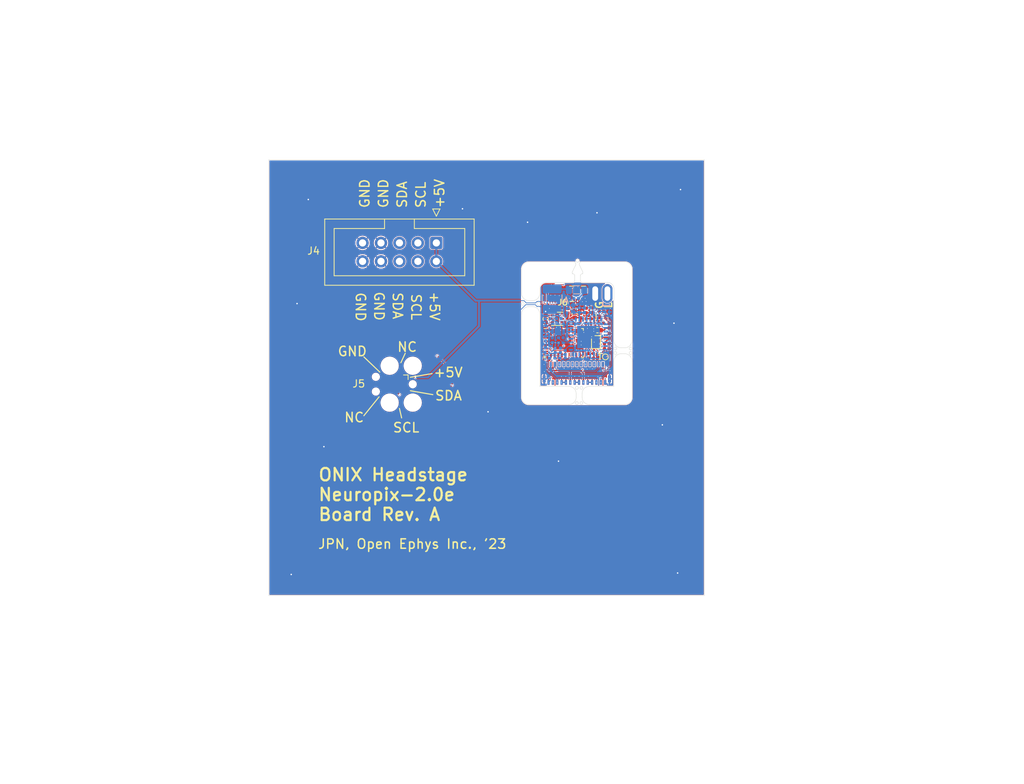
<source format=kicad_pcb>
(kicad_pcb (version 20221018) (generator pcbnew)
  (title_block (title "ONIX Neuropixels 2.0 Economical Headstage") (rev "A") (company "Open Ephys, Inc") (comment 1 "Jonathan P. Newman"))
  (layers (0 "F.Cu" signal) (1 "In1.Cu" signal) (2 "In2.Cu" signal) (31 "B.Cu" signal) (34 "B.Paste" user) (35 "F.Paste" user) (36 "B.SilkS" user "B.Silkscreen") (37 "F.SilkS" user "F.Silkscreen") (38 "B.Mask" user) (39 "F.Mask" user) (44 "Edge.Cuts" user))
  (net 0 "")
  (net 1 "GND")
  (net 2 "+1V8")
  (net 3 "/Neuropixels 2.0/PCLK")
  (net 4 "Net-(D1-K)")
  (net 5 "/Neuropixels 2.0/SDA_{A}")
  (net 6 "+4V")
  (net 7 "/Neuropixels 2.0/SCL")
  (net 8 "/Neuropixels 2.0/SYNC")
  (net 9 "/Neuropixels 2.0/D7")
  (net 10 "Net-(L1-Pad2)")
  (net 11 "/Neuropixels 2.0/D6")
  (net 12 "/Neuropixels 2.0/D5")
  (net 13 "/Neuropixels 2.0/D4")
  (net 14 "/Neuropixels 2.0/D3")
  (net 15 "/Neuropixels 2.0/D2")
  (net 16 "/Neuropixels 2.0/D1")
  (net 17 "/Neuropixels 2.0/D0")
  (net 18 "/DC Tap & Regulation/RF+DC")
  (net 19 "/Neuropixels 2.0/NP_{TP0}")
  (net 20 "/Neuropixels 2.0/SDA_{B}")
  (net 21 "/Neuropixels 2.0/SDA")
  (net 22 "/Perpherials/GPIO")
  (net 23 "Net-(JP1-B)")
  (net 24 "/Neuropixels 2.0/NP_{Select}")
  (net 25 "+2V5")
  (net 26 "Net-(U3-DOUTP)")
  (net 27 "Net-(U3-DOUTN)")
  (net 28 "Net-(U3-PDB)")
  (net 29 "Net-(U7-CAP)")
  (net 30 "Net-(U3-GPIO3{slash}CLKIN)")
  (net 31 "Net-(U3-MODE)")
  (net 32 "Net-(U5-OUT)")
  (net 50 "/Neuropixels 2.0/NP_{RESET}")
  (net 51 "+1.8VA")
  (net 52 "/Neuropixels 2.0/NP_{TP1}")
  (net 53 "/Serializer/Dout-")
  (net 54 "Net-(JP1-A)")
  (net 57 "Net-(U3-VDDPLL)")
  (net 58 "Net-(U3-VDDCML)")
  (footprint "Resistor_SMD:R_0201_0603Metric" (layer "F.Cu") (at 141.225 87.2 -90)
    (fp_text reference "R6" hide)
    (fp_text value "10k" hide)
  )
  (footprint "Connector:Tag-Connect_TC2030-IDC-FP_2x03_P1.27mm_Vertical" (layer "F.Cu") (at 117.29 95.9 180)
    (fp_text reference "J5")
    (fp_text value "TC2030" hide)
  )
  (footprint "jonnew:OE_TP-Oval-2.8x1.6mm" (layer "F.Cu") (at 146.635 83.42 90)
    (fp_text reference "TP2" hide)
    (fp_text value "NP_{TP0}" hide)
  )
  (footprint "Capacitor_SMD:C_0201_0603Metric" (layer "F.Cu") (at 142.375 87.55 180)
    (fp_text reference "C13" hide)
    (fp_text value "10nF" hide)
  )
  (footprint "Resistor_SMD:R_0201_0603Metric" (layer "F.Cu") (at 145.825 85.85)
    (fp_text reference "R3" hide)
    (fp_text value "1k" hide)
  )
  (footprint "jonnew:MOLEX_5050700622" (layer "F.Cu") (at 139.085 83.43)
    (fp_text reference "J6")
    (fp_text value "050700622" hide)
  )
  (footprint "Package_LGA:LGA-28_5.2x3.8mm_P0.5mm" (layer "F.Cu") (at 140.6125 90.25)
    (fp_text reference "U7" hide)
    (fp_text value "BNO055" hide)
  )
  (footprint "jonnew:HIROSE_X.FL-R-SMT-1" (layer "F.Cu") (at 142.525 83.5)
    (fp_text reference "J1" hide)
    (fp_text value "X.FL-R-SMT-1" hide)
  )
  (footprint "Capacitor_SMD:C_0402_1005Metric" (layer "F.Cu") (at 142.125 86.25 90)
    (fp_text reference "C15" hide)
    (fp_text value "10uF" hide)
  )
  (footprint "jonnew:OE_TP-Oval-2.8x1.6mm" (layer "F.Cu") (at 144.955 83.42 90)
    (fp_text reference "TP1" hide)
    (fp_text value "GND" hide)
  )
  (footprint "Resistor_SMD:R_0201_0603Metric" (layer "F.Cu") (at 138.375 85.35 180)
    (fp_text reference "R1" hide)
    (fp_text value "2k" hide)
  )
  (footprint "Capacitor_SMD:C_0201_0603Metric" (layer "F.Cu") (at 143.685 87.21 -90)
    (fp_text reference "C17" hide)
    (fp_text value "0.1uF" hide)
  )
  (footprint "Capacitor_SMD:C_0201_0603Metric" (layer "F.Cu") (at 142.975 86.45 90)
    (fp_text reference "C14" hide)
    (fp_text value "0.1uF" hide)
  )
  (footprint "Capacitor_SMD:C_0201_0603Metric" (layer "F.Cu") (at 146.875 89.25 90)
    (fp_text reference "C22" hide)
    (fp_text value "0.1uF" hide)
  )
  (footprint "Capacitor_SMD:C_0201_0603Metric" (layer "F.Cu") (at 144.725 92 -90)
    (fp_text reference "C9" hide)
    (fp_text value "0.1uF" hide)
  )
  (footprint "Capacitor_SMD:C_0201_0603Metric" (layer "F.Cu") (at 146.545 90.3)
    (fp_text reference "C7" hide)
    (fp_text value "0.1uF" hide)
  )
  (footprint "Capacitor_SMD:C_0201_0603Metric" (layer "F.Cu") (at 139.905 85.4 180)
    (fp_text reference "C2" hide)
    (fp_text value "1uF" hide)
  )
  (footprint "jonnew:MICROCHIP_TDFN-6-1EP_1.6x1.6mm_P0.5mm_EP0.5x1.4mm" (layer "F.Cu") (at 139.725 86.9)
    (fp_text reference "U1" hide)
    (fp_text value "MIC5335-JGYMT" hide)
  )
  (footprint "jonnew:TE_2013496-9" (layer "F.Cu") (at 142.425 94.4)
    (fp_text reference "J2" hide)
    (fp_text value "2013496-9" hide)
  )
  (footprint "Resistor_SMD:R_0201_0603Metric" (layer "F.Cu") (at 143.985 90.39 90)
    (fp_text reference "R10" hide)
    (fp_text value "1k" hide)
  )
  (footprint "Inductor_SMD:L_0201_0603Metric" (layer "F.Cu") (at 146.855 87.85 90)
    (fp_text reference "L4" hide)
    (fp_text value "BLF03RD501GZED" hide)
  )
  (footprint "LOGO" (layer "F.Cu") (at 144.7 113.33)
    (fp_text reference "G***" hide)
    (fp_text value "LOGO" hide)
  )
  (footprint "Capacitor_SMD:C_0201_0603Metric" (layer "F.Cu") (at 144.475 85.7 90)
    (fp_text reference "C19" hide)
    (fp_text value "0.1uF" hide)
  )
  (footprint "Capacitor_SMD:C_0201_0603Metric" (layer "F.Cu") (at 146.545 91)
    (fp_text reference "C6" hide)
    (fp_text value "10nF" hide)
  )
  (footprint "Capacitor_SMD:C_0201_0603Metric" (layer "F.Cu") (at 144.385 87.21 -90)
    (fp_text reference "C16" hide)
    (fp_text value "10nF" hide)
  )
  (footprint "Capacitor_SMD:C_0402_1005Metric" (layer "F.Cu") (at 138.125 86.9 -90)
    (fp_text reference "C3" hide)
    (fp_text value "10uF" hide)
  )
  (footprint "Capacitor_SMD:C_0201_0603Metric" (layer "F.Cu") (at 141.225 85.8 90)
    (fp_text reference "C1" hide)
    (fp_text value "1uF" hide)
  )
  (footprint "jonnew:TestPoint_Pad_D0.6mm" (layer "F.Cu") (at 146.355 92.14)
    (fp_text reference "TP3" hide)
    (fp_text value "NP_{TP1}" hide)
  )
  (footprint "Capacitor_SMD:C_0201_0603Metric" (layer "F.Cu") (at 144.025 92 -90)
    (fp_text reference "C8" hide)
    (fp_text value "10nF" hide)
  )
  (footprint "Capacitor_SMD:C_0402_1005Metric" (layer "F.Cu") (at 145.255 88.47 180)
    (fp_text reference "C18" hide)
    (fp_text value "10uF" hide)
  )
  (footprint "Resistor_SMD:R_0201_0603Metric" (layer "F.Cu") (at 143.725 85.75 -90)
    (fp_text reference "R7" hide)
    (fp_text value "49.9" hide)
  )
  (footprint "Connector_IDC:IDC-Header_2x05_P2.54mm_Vertical" (layer "F.Cu") (at 123.08 76.4475 -90)
    (fp_text reference "J4")
    (fp_text value "SBH11-PBPC-D05-ST-BK" hide)
  )
  (footprint "jonnew:TI_YZP0006" (layer "F.Cu") (at 145.065 90.11)
    (fp_text reference "U4" hide)
    (fp_text value "TS5A3159A" hide)
  )
  (footprint "jonnew:ROHM_SML-P11MTT86R" (layer "F.Cu") (at 145.975 86.65)
    (fp_text reference "D1" hide)
    (fp_text value "SML-P11UTT86R" hide)
  )
  (footprint "Resistor_SMD:R_0201_0603Metric" (layer "F.Cu") (at 145.775 87.5 180)
    (fp_text reference "R4" hide)
    (fp_text value "10k" hide)
  )
  (footprint "Resistor_SMD:R_0201_0603Metric" (layer "F.Cu") (at 143.975 88.97 90)
    (fp_text reference "R9" hide)
    (fp_text value "1k" hide)
  )
  (footprint "jonnew:OE_SolderJumper-3_0201_Bridged12" (layer "B.Cu") (at 140.825 91.79 90)
    (fp_text reference "JP1" hide)
    (fp_text value "Jumper_3_Bridged12" hide)
  )
  (footprint "Inductor_SMD:L_0805_2012Metric" (layer "B.Cu") (at 142.3875 82.9 180)
    (fp_text reference "L2" hide)
    (fp_text value "CIG21L4R7MNE" hide)
  )
  (footprint "jonnew:TE_2013496-9" (layer "B.Cu") (at 142.425 94.4 180)
    (fp_text reference "J3" hide)
    (fp_text value "2013496-9" hide)
  )
  (footprint "jonnew:ONSEMI_567JZ_WLCSP4-0.84x0.86" (layer "B.Cu") (at 145.275 85.9 90)
    (fp_text reference "U6" hide)
    (fp_text value "CAT24Cxx" hide)
  )
  (footprint "Capacitor_SMD:C_0201_0603Metric" (layer "B.Cu") (at 146.575 85.95 180)
    (fp_text reference "C25" hide)
    (fp_text value "0.1uF" hide)
  )
  (footprint "jonnew:ONSEMI_567JZ_WLCSP4-0.64x0.64" (layer "B.Cu") (at 138.745 91.2 -90)
    (fp_text reference "U2" hide)
    (fp_text value "NCP163AFCT180T2G" hide)
  )
  (footprint "Resistor_SMD:R_0201_0603Metric" (layer "B.Cu") (at 138.375 86.9)
    (fp_text reference "R5" hide)
    (fp_text value "10k" hide)
  )
  (footprint "Capacitor_SMD:C_0201_0603Metric" (layer "B.Cu") (at 139.745 92.3 180)
    (fp_text reference "C28" hide)
    (fp_text value "0.1uF" hide)
  )
  (footprint "Capacitor_SMD:C_0402_1005Metric" (layer "B.Cu") (at 141.925 85.5 90)
    (fp_text reference "C12" hide)
    (fp_text value "10uF" hide)
  )
  (footprint "Capacitor_SMD:C_0201_0603Metric" (layer "B.Cu") (at 143.475 85.72 90)
    (fp_text reference "C11" hide)
    (fp_text value "0.1uF" hide)
  )
  (footprint "Resistor_SMD:R_0201_0603Metric" (layer "B.Cu") (at 140.165 91.25 90)
    (fp_text reference "R11" hide)
    (fp_text value "1k" hide)
  )
  (footprint "Inductor_SMD:L_0201_0603Metric" (layer "B.Cu") (at 141.055 85.78 -90)
    (fp_text reference "L3" hide)
    (fp_text value "BLF03RD501GZED" hide)
  )
  (footprint "Capacitor_SMD:C_0201_0603Metric" (layer "B.Cu") (at 139.445 91.25 90)
    (fp_text reference "C4" hide)
    (fp_text value "1uF" hide)
  )
  (footprint "Resistor_SMD:R_0201_0603Metric" (layer "B.Cu") (at 140.225 89.5 180)
    (fp_text reference "R12" hide)
    (fp_text value "22" hide)
  )
  (footprint "Capacitor_SMD:C_0201_0603Metric" (layer "B.Cu") (at 139.935 86.86)
    (fp_text reference "C21" hide)
    (fp_text value "1uF" hide)
  )
  (footprint "jonnew:MICROCHIP_VFLGA4-2.0x1.6" (layer "B.Cu") (at 139.825 88.2 -90)
    (fp_text reference "U5" hide)
    (fp_text value "DSC6011JI1A-048.0000" hide)
  )
  (footprint "LOGO" (layer "B.Cu") (at 143.65 84.36 180)
    (fp_text reference "G***" hide)
    (fp_text value "LOGO" hide)
  )
  (footprint "Capacitor_SMD:C_0201_0603Metric" (layer "B.Cu") (at 139.055 89.84 90)
    (fp_text reference "C27" hide)
    (fp_text value "0.1uF" hide)
  )
  (footprint "Capacitor_SMD:C_0201_0603Metric" (layer "B.Cu") (at 140.225 90.2 180)
    (fp_text reference "C24" hide)
    (fp_text value "27pF" hide)
  )
  (footprint "Resistor_SMD:R_0201_0603Metric" (layer "B.Cu") (at 138.335 92.3)
    (fp_text reference "R8" hide)
    (fp_text value "10k" hide)
  )
  (footprint "Resistor_SMD:R_0201_0603Metric" (layer "B.Cu") (at 142.325 84.1)
    (fp_text reference "R2" hide)
    (fp_text value "2k" hide)
  )
  (footprint "Capacitor_SMD:C_0201_0603Metric" (layer "B.Cu") (at 138.045 91.2 -90)
    (fp_text reference "C5" hide)
    (fp_text value "1uF" hide)
  )
  (footprint "Capacitor_SMD:C_0201_0603Metric" (layer "B.Cu") (at 138.125 89.62 -90)
    (fp_text reference "C26" hide)
    (fp_text value "0.1uF" hide)
  )
  (footprint "Capacitor_SMD:C_0201_0603Metric" (layer "B.Cu") (at 142.775 85.7 90)
    (fp_text reference "C10" hide)
    (fp_text value "10nF" hide)
  )
  (footprint "jonnew:TI_RTV0032A" (layer "B.Cu") (at 144.025 89.4)
    (fp_text reference "U3" hide)
    (fp_text value "DS90UB9x3" hide)
  )
  (footprint "Inductor_SMD:L_1210_3225Metric" (layer "B.Cu") (at 139.025 84.2 90)
    (fp_text reference "L1" hide)
    (fp_text value "CBC3225T101MR" hide)
  )
  (footprint "Capacitor_SMD:C_0201_0603Metric" (layer "B.Cu") (at 138.145 88.17 90)
    (fp_text reference "C23" hide)
    (fp_text value "10nF" hide)
  )
  (footprint "Capacitor_SMD:C_0201_0603Metric" (layer "B.Cu") (at 144.325 85.7 90)
    (fp_text reference "C20" hide)
    (fp_text value "47nF" hide)
  )
  (gr_line (start 122.5 94.44) (end 119.5 94.9475) (stroke (width 0.15)) (layer "F.SilkS"))
  (gr_line (start 113.1 100.24) (end 115.2 97.64) (stroke (width 0.15)) (layer "F.SilkS"))
  (gr_line (start 113.1 92.14) (end 115.3 94.24) (stroke (width 0.15)) (layer "F.SilkS"))
  (gr_line (start 118 99.24) (end 118.3 100.54) (stroke (width 0.15)) (layer "F.SilkS"))
  (gr_line (start 118.8 91.64) (end 118.2 92.94) (stroke (width 0.15)) (layer "F.SilkS"))
  (gr_line (start 122.6 97.34) (end 119.5 96.8) (stroke (width 0.15)) (layer "F.SilkS"))
  (gr_circle (center 135 84.85) (end 135.2 84.85) (stroke (width 0.05)) (fill none) (layer "Edge.Cuts"))
  (gr_line (start 141.8 80.45) (end 141.8 80.7) (stroke (width 0.05)) (layer "Edge.Cuts"))
  (gr_line (start 142.975 79.075) (end 149.025 79.075) (stroke (width 0.05)) (layer "Edge.Cuts"))
  (gr_arc (start 149.025 79.075) (mid 149.732107 79.367893) (end 150.025 80.075) (stroke (width 0.05)) (layer "Edge.Cuts"))
  (gr_line (start 146.675 81.9) (end 143.175 81.9) (stroke (width 0.05)) (layer "Edge.Cuts"))
  (gr_line (start 144.15 98.7) (end 149.025 98.7) (stroke (width 0.05)) (layer "Edge.Cuts"))
  (gr_circle (center 149.825 90.987107) (end 150.025 90.987107) (stroke (width 0.05)) (fill none) (layer "Edge.Cuts"))
  (gr_line (start 141.875 80.7) (end 141.8 80.7) (stroke (width 0.05)) (layer "Edge.Cuts"))
  (gr_line (start 137.325 82.75) (end 137.325 83.4) (stroke (width 0.05)) (layer "Edge.Cuts"))
  (gr_line (start 135.825 84.4) (end 136.325 84.4) (stroke (width 0.05)) (layer "Edge.Cuts"))
  (gr_arc (start 135.825 98.7) (mid 135.117893 98.407107) (end 134.825 97.7) (stroke (width 0.05)) (layer "Edge.Cuts"))
  (gr_arc (start 149.025 91.707107) (mid 149.732107 92) (end 150.025 92.707107) (stroke (width 0.05)) (layer "Edge.Cuts"))
  (gr_circle (center 147.725 90.987107) (end 147.925 90.987107) (stroke (width 0.05)) (fill none) (layer "Edge.Cuts"))
  (gr_arc (start 134.825 80.075) (mid 135.117893 79.367893) (end 135.825 79.075) (stroke (width 0.05)) (layer "Edge.Cuts"))
  (gr_arc (start 142.125 81.65) (mid 142.051777 81.826777) (end 141.875 81.9) (stroke (width 0.05)) (layer "Edge.Cuts"))
  (gr_arc (start 141.33 96.2) (mid 142.037103 96.492897) (end 142.33 97.2) (stroke (width 0.05)) (layer "Edge.Cuts"))
  (gr_line (start 150.025 80.075) (end 150.025 89.887107) (stroke (width 0.05)) (layer "Edge.Cuts"))
  (gr_line (start 134.825 80.075) (end 134.825 83.4) (stroke (width 0.05)) (layer "Edge.Cuts"))
  (gr_line (start 142.231313 79.560212) (end 141.8 80.45) (stroke (width 0.05)) (layer "Edge.Cuts"))
  (gr_line (start 143.175 80.7) (end 143.25 80.7) (stroke (width 0.05)) (layer "Edge.Cuts"))
  (gr_arc (start 142.925 80.95) (mid 142.998223 80.773223) (end 143.175 80.7) (stroke (width 0.05)) (layer "Edge.Cuts"))
  (gr_line (start 143.15 97.2) (end 143.15 97.7) (stroke (width 0.05)) (layer "Edge.Cuts"))
  (gr_line (start 150.025 97.7) (end 150.025 92.707107) (stroke (width 0.05)) (layer "Edge.Cuts"))
  (gr_arc (start 143.15 97.2) (mid 143.442896 96.492896) (end 144.15 96.2) (stroke (width 0.05)) (layer "Edge.Cuts"))
  (gr_line (start 137.325 96.2) (end 141.33 96.2) (stroke (width 0.05)) (layer "Edge.Cuts"))
  (gr_circle (center 149.825 91.607107) (end 150.025 91.607107) (stroke (width 0.05)) (fill none) (layer "Edge.Cuts"))
  (gr_arc (start 135.825 84.4) (mid 135.117892 84.107108) (end 134.825 83.4) (stroke (width 0.05)) (layer "Edge.Cuts"))
  (gr_line (start 147.525 96.2) (end 147.525 92.707107) (stroke (width 0.05)) (layer "Edge.Cuts"))
  (gr_line (start 143.25 80.7) (end 143.25 80.45) (stroke (width 0.05)) (layer "Edge.Cuts"))
  (gr_arc (start 150.025 89.887107) (mid 149.732107 90.594214) (end 149.025 90.887107) (stroke (width 0.05)) (layer "Edge.Cuts"))
  (gr_line (start 141.875 81.9) (end 138.175 81.9) (stroke (width 0.05)) (layer "Edge.Cuts"))
  (gr_circle (center 142.525 78.9) (end 142.525 79.1) (stroke (width 0.05)) (fill none) (layer "Edge.Cuts"))
  (gr_arc (start 144.15 98.7) (mid 143.44289 98.40711) (end 143.15 97.7) (stroke (width 0.05)) (layer "Edge.Cuts"))
  (gr_arc (start 150.025 97.7) (mid 149.732107 98.407107) (end 149.025 98.7) (stroke (width 0.05)) (layer "Edge.Cuts"))
  (gr_arc (start 143.175 81.9) (mid 142.998223 81.826777) (end 142.925 81.65) (stroke (width 0.05)) (layer "Edge.Cuts"))
  (gr_line (start 136.325 85.22) (end 135.825 85.22) (stroke (width 0.05)) (layer "Edge.Cuts"))
  (gr_arc (start 142.818687 79.560212) (mid 142.774006 79.278034) (end 142.975 79.075001) (stroke (width 0.05)) (layer "Edge.Cuts"))
  (gr_arc (start 142.33 97.7) (mid 142.037108 98.407108) (end 141.33 98.7) (stroke (width 0.05)) (layer "Edge.Cuts"))
  (gr_line (start 142.33 97.7) (end 142.33 97.2) (stroke (width 0.05)) (layer "Edge.Cuts"))
  (gr_arc (start 137.325 82.75) (mid 137.573959 82.148959) (end 138.175 81.9) (stroke (width 0.05)) (layer "Edge.Cuts"))
  (gr_circle (center 137.125 84.85) (end 137.325 84.85) (stroke (width 0.05)) (fill none) (layer "Edge.Cuts"))
  (gr_circle (center 142.43 96.4) (end 142.43 96.2) (stroke (width 0.05)) (fill none) (layer "Edge.Cuts"))
  (gr_line (start 137.325 86.22) (end 137.325 96.2) (stroke (width 0.05)) (layer "Edge.Cuts"))
  (gr_arc (start 148.525 90.887107) (mid 147.817893 90.594214) (end 147.525 89.887107) (stroke (width 0.05)) (layer "Edge.Cuts"))
  (gr_arc (start 147.525 92.707107) (mid 147.817893 92) (end 148.525 91.707107) (stroke (width 0.05)) (layer "Edge.Cuts"))
  (gr_arc (start 146.675 81.9) (mid 147.276041 82.148959) (end 147.525 82.75) (stroke (width 0.05)) (layer "Edge.Cuts"))
  (gr_line (start 134.825 86.22) (end 134.825 97.7) (stroke (width 0.05)) (layer "Edge.Cuts"))
  (gr_line (start 142.075 79.075001) (end 135.825 79.075) (stroke (width 0.05)) (layer "Edge.Cuts"))
  (gr_line (start 142.925 81.65) (end 142.925 80.95) (stroke (width 0.05)) (layer "Edge.Cuts"))
  (gr_circle (center 143.05 96.4) (end 143.05 96.2) (stroke (width 0.05)) (fill none) (layer "Edge.Cuts"))
  (gr_line (start 148.525 90.887107) (end 149.025 90.887107) (stroke (width 0.05)) (layer "Edge.Cuts"))
  (gr_line (start 143.25 80.45) (end 142.818687 79.560212) (stroke (width 0.05)) (layer "Edge.Cuts"))
  (gr_line (start 144.15 96.2) (end 147.525 96.2) (stroke (width 0.05)) (layer "Edge.Cuts"))
  (gr_arc (start 137.325 83.4) (mid 137.032103 84.107103) (end 136.325 84.4) (stroke (width 0.05)) (layer "Edge.Cuts"))
  (gr_circle (center 147.725 91.607107) (end 147.925 91.607107) (stroke (width 0.05)) (fill none) (layer "Edge.Cuts"))
  (gr_arc (start 134.825 86.22) (mid 135.11789 85.51289) (end 135.825 85.22) (stroke (width 0.05)) (layer "Edge.Cuts"))
  (gr_line (start 135.825 98.7) (end 141.33 98.7) (stroke (width 0.05)) (layer "Edge.Cuts"))
  (gr_circle (center 143.05 98.5) (end 143.05 98.3) (stroke (width 0.05)) (fill none) (layer "Edge.Cuts"))
  (gr_line (start 142.125 80.95) (end 142.125 81.65) (stroke (width 0.05)) (layer "Edge.Cuts"))
  (gr_circle (center 142.43 98.5) (end 142.43 98.3) (stroke (width 0.05)) (fill none) (layer "Edge.Cuts"))
  (gr_arc (start 142.075 79.075001) (mid 142.275993 79.278034) (end 142.231313 79.560212) (stroke (width 0.05)) (layer "Edge.Cuts"))
  (gr_line (start 147.525 89.887107) (end 147.525 82.75) (stroke (width 0.05)) (layer "Edge.Cuts"))
  (gr_arc (start 141.875 80.7) (mid 142.051777 80.773223) (end 142.125 80.95) (stroke (width 0.05)) (layer "Edge.Cuts"))
  (gr_line (start 149.025 91.707107) (end 148.525 91.707107) (stroke (width 0.05)) (layer "Edge.Cuts"))
  (gr_arc (start 136.325 85.22) (mid 137.032104 85.512896) (end 137.325 86.22) (stroke (width 0.05)) (layer "Edge.Cuts"))
  (gr_rect (start 100 65) (end 160 125) (stroke (width 0.05)) (fill none) (layer "Edge.Cuts"))
  (gr_text "A" (at 141.4 84.8) (layer "B.SilkS") (effects (font (size 0.8 0.8) (thickness 0.15) bold) (justify left bottom mirror)))
  (gr_text "L" (at 145.845 85.47 -90) (layer "B.SilkS") (effects (font (size 1 1) (thickness 0.2) bold) (justify left bottom mirror)))
  (gr_text "SCL" (at 119.53 83.3475 -90) (layer "F.SilkS") (effects (font (size 1.3 1.3) (thickness 0.2) bold) (justify left bottom)))
  (gr_text "JPN, Open Ephys Inc., '23" (at 106.7 117.9) (layer "F.SilkS") (effects (font (size 1.3 1.3) (thickness 0.2)) (justify left)))
  (gr_text "GND" (at 113.98 71.7475 90) (layer "F.SilkS") (effects (font (size 1.3 1.3) (thickness 0.2) bold) (justify left bottom)))
  (gr_text "T" (at 145.2 92.58) (layer "F.SilkS") (effects (font (size 0.8 0.8) (thickness 0.15) bold) (justify left bottom)))
  (gr_text "GND" (at 111.88 83.1475 -90) (layer "F.SilkS") (effects (font (size 1.3 1.3) (thickness 0.2) bold) (justify left bottom)))
  (gr_text "GND" (at 116.555 71.7475 90) (layer "F.SilkS") (effects (font (size 1.3 1.3) (thickness 0.2) bold) (justify left bottom)))
  (gr_text "+5V" (at 122.6 95.04) (layer "F.SilkS") (effects (font (size 1.3 1.3) (thickness 0.2) bold) (justify left bottom)))
  (gr_text "NC" (at 110.3 101.24) (layer "F.SilkS") (effects (font (size 1.3 1.3) (thickness 0.2) bold) (justify left bottom)))
  (gr_text "G" (at 146.125 85.63 90) (layer "F.SilkS") (effects (font (size 1 1) (thickness 0.2) bold) (justify left bottom)))
  (gr_text "ONIX Headstage \nNeuropix-2.0e\nBoard Rev. A" (at 106.7 111.1) (layer "F.SilkS") (effects (font (size 1.7 1.7) (thickness 0.3) bold) (justify left)))
  (gr_text "SCL" (at 117 102.64) (layer "F.SilkS") (effects (font (size 1.3 1.3) (thickness 0.2) bold) (justify left bottom)))
  (gr_text "SDA" (at 119.13 71.7475 90) (layer "F.SilkS") (effects (font (size 1.3 1.3) (thickness 0.2) bold) (justify left bottom)))
  (gr_text "SDA" (at 122.8 98.24) (layer "F.SilkS") (effects (font (size 1.3 1.3) (thickness 0.2) bold) (justify left bottom)))
  (gr_text "NC" (at 117.6 91.54) (layer "F.SilkS") (effects (font (size 1.3 1.3) (thickness 0.2) bold) (justify left bottom)))
  (gr_text "GND" (at 109.4 92.14) (layer "F.SilkS") (effects (font (size 1.3 1.3) (thickness 0.2) bold) (justify left bottom)))
  (gr_text "L" (at 147.355 85.57 90) (layer "F.SilkS") (effects (font (size 1 1) (thickness 0.2) bold) (justify left bottom)))
  (gr_text "+5V" (at 124.28 71.7475 90) (layer "F.SilkS") (effects (font (size 1.3 1.3) (thickness 0.2) bold) (justify left bottom)))
  (gr_text "SDA" (at 116.98 83.1475 -90) (layer "F.SilkS") (effects (font (size 1.3 1.3) (thickness 0.2) bold) (justify left bottom)))
  (gr_text "GND" (at 114.43 83.0475 -90) (layer "F.SilkS") (effects (font (size 1.3 1.3) (thickness 0.2) bold) (justify left bottom)))
  (gr_text "+5V" (at 122.08 83.0475 -90) (layer "F.SilkS") (effects (font (size 1.3 1.3) (thickness 0.2) bold) (justify left bottom)))
  (gr_text "SCL" (at 121.705 71.7475 90) (layer "F.SilkS") (effects (font (size 1.3 1.3) (thickness 0.2) bold) (justify left bottom)))
  (segment (start 141.7545 87.2495) (end 141.625 87.2495) (width 0.2) (layer "F.Cu") (net 1))
  (segment (start 138.525 95.65) (end 138.525 95.05) (width 0.15) (layer "F.Cu") (net 1))
  (segment (start 142.125 85.55) (end 142.025 85.45) (width 0.2) (layer "F.Cu") (net 1))
  (segment (start 139.725 87.4405) (end 139.725 86.9) (width 0.2) (layer "F.Cu") (net 1))
  (segment (start 139.695 87.4705) (end 139.725 87.4405) (width 0.2) (layer "F.Cu") (net 1))
  (segment (start 142.055 87.55) (end 141.7545 87.2495) (width 0.2) (layer "F.Cu") (net 1))
  (segment (start 139.725 86.9) (end 139.725 86.45) (width 0.2) (layer "F.Cu") (net 1))
  (segment (start 142.125 85.77) (end 142.125 85.55) (width 0.2) (layer "F.Cu") (net 1))
  (via (at 146.915 84.93) (size 0.2) (drill 0.1) (layers "F.Cu" "B.Cu") (net 1))
  (via (at 138.835 83.6493) (size 0.2) (drill 0.1) (layers "F.Cu" "B.Cu") (net 1))
  (via (at 137.898663 88.881316) (size 0.2) (drill 0.1) (layers "F.Cu" "B.Cu") (net 1))
  (via (at 142.125 95.65) (size 0.2) (drill 0.1) (layers "F.Cu" "B.Cu") (net 1))
  (via (at 142.735 94.83) (size 0.2) (drill 0.1) (layers "F.Cu" "B.Cu") (net 1))
  (via (at 156.3 121.9) (size 0.3) (drill 0.2) (layers "F.Cu" "B.Cu") (net 1))
  (via (at 142.125 94.83) (size 0.2) (drill 0.1) (layers "F.Cu" "B.Cu") (net 1))
  (via (at 139.611259 88.091963) (size 0.2) (drill 0.1) (layers "F.Cu" "B.Cu") (net 1))
  (via (at 141.615 84.55) (size 0.2) (drill 0.1) (layers "F.Cu" "B.Cu") (net 1))
  (via (at 145.475 87.55) (size 0.2) (drill 0.1) (layers "F.Cu" "B.Cu") (net 1))
  (via (at 143.995 94.81) (size 0.2) (drill 0.1) (layers "F.Cu" "B.Cu") (net 1))
  (via (at 146.785 95.97) (size 0.2) (drill 0.1) (layers "F.Cu" "B.Cu") (net 1))
  (via (at 139.445 90.9) (size 0.2) (drill 0.1) (layers "F.Cu" "B.Cu") (net 1))
  (via (at 145.625 94.1) (size 0.2) (drill 0.1) (layers "F.Cu" "B.Cu") (net 1))
  (via (at 139.9 106.5) (size 0.3) (drill 0.2) (layers "F.Cu" "B.Cu") (net 1))
  (via (at 144.005 91.15) (size 0.2) (drill 0.1) (layers "F.Cu" "B.Cu") (net 1))
  (via (at 139.415 83.64) (size 0.2) (drill 0.1) (layers "F.Cu" "B.Cu") (net 1))
  (via (at 142.574999 82.474998) (size 0.2) (drill 0.1) (layers "F.Cu" "B.Cu") (net 1))
  (via (at 137.9155 87.943311) (size 0.2) (drill 0.1) (layers "F.Cu" "B.Cu") (net 1))
  (via (at 139.585 89.16) (size 0.2) (drill 0.1) (layers "F.Cu" "B.Cu") (net 1))
  (via (at 135.64 73.6) (size 0.3) (drill 0.2) (layers "F.Cu" "B.Cu") (net 1))
  (via (at 144.455 90.76) (size 0.2) (drill 0.1) (layers "F.Cu" "B.Cu") (net 1))
  (via (at 143.185 84.54) (size 0.2) (drill 0.1) (layers "F.Cu" "B.Cu") (net 1))
  (via (at 137.925 95.2) (size 0.2) (drill 0.1) (layers "F.Cu" "B.Cu") (net 1))
  (via (at 146.925 95.2) (size 0.2) (drill 0.1) (layers "F.Cu" "B.Cu") (net 1))
  (via (at 141.705 93.72) (size 0.2) (drill 0.1) (layers "F.Cu" "B.Cu") (net 1))
  (via (at 140.005 83.7) (size 0.2) (drill 0.1) (layers "F.Cu" "B.Cu") (net 1))
  (via (at 145.315 94.84) (size 0.2) (drill 0.1) (layers "F.Cu" "B.Cu") (net 1))
  (via (at 146.025 85.13) (size 0.2) (drill 0.1) (layers "F.Cu" "B.Cu") (net 1))
  (via (at 140.200498 88.5005) (size 0.2) (drill 0.1) (layers "F.Cu" "B.Cu") (net 1))
  (via (at 143.225 85.4) (size 0.2) (drill 0.1) (layers "F.Cu" "B.Cu") (net 1))
  (via (at 147.035 85.46) (size 0.2) (drill 0.1) (layers "F.Cu" "B.Cu") (net 1))
  (via (at 144.755 88.27) (size 0.2) (drill 0.1) (layers "F.Cu" "B.Cu") (net 1))
  (via (at 138.306076 91.856076) (size 0.2) (drill 0.1) (layers "F.Cu" "B.Cu") (net 1))
  (via (at 139.025 90.25) (size 0.2) (drill 0.1) (layers "F.Cu" "B.Cu") (net 1))
  (via (at 141.607409 88.08907) (size 0.2) (drill 0.1) (layers "F.Cu" "B.Cu") (net 1))
  (via (at 144.465 89.37) (size 0.2) (drill 0.1) (layers "F.Cu" "B.Cu") (net 1))
  (via (at 144.525 95.65) (size 0.2) (drill 0.1) (layers "F.Cu" "B.Cu") (net 1))
  (via (at 143.025 90.5) (size 0.2) (drill 0.1) (layers "F.Cu" "B.Cu") (net 1))
  (via (at 143.925 95.65) (size 0.2) (drill 0.1) (layers "F.Cu" "B.Cu") (net 1))
  (via (at 140.305 94.85) (size 0.2) (drill 0.1) (layers "F.Cu" "B.Cu") (net 1))
  (via (at 139.165 86.9) (size 0.2) (drill 0.1) (layers "F.Cu" "B.Cu") (net 1))
  (via (at 140.925 95.65) (size 0.2) (drill 0.1) (layers "F.Cu" "B.Cu") (net 1))
  (via (at 143.025 90) (size 0.2) (drill 0.1) (layers "F.Cu" "B.Cu") (net 1))
  (via (at 140.225 92.51) (size 0.2) (drill 0.1) (layers "F.Cu" "B.Cu") (net 1))
  (via (at 141.975 82.62) (size 0.2) (drill 0.1) (layers "F.Cu" "B.Cu") (net 1))
  (via (at 143.845 93.83) (size 0.2) (drill 0.1) (layers "F.Cu" "B.Cu") (net 1))
  (via (at 140.675 93.7205) (size 0.2) (drill 0.1) (layers "F.Cu" "B.Cu") (net 1))
  (via (at 137.785 89.62) (size 0.2) (drill 0.1) (layers "F.Cu" "B.Cu") (net 1))
  (via (at 137.8107 83.68) (size 0.2) (drill 0.1) (layers "F.Cu" "B.Cu") (net 1))
  (via (at 139.925 90.2) (size 0.2) (drill 0.1) (layers "F.Cu" "B.Cu") (net 1))
  (via (at 144.755 88.61) (size 0.2) (drill 0.1) (layers "F.Cu" "B.Cu") (net 1))
  (via (at 140.325 95.65) (size 0.2) (drill 0.1) (layers "F.Cu" "B.Cu") (net 1))
  (via (at 138.525 95.05) (size 0.2) (drill 0.1) (layers "F.Cu" "B.Cu") (net 1))
  (via (at 126.68 71.7475) (size 0.3) (drill 0.2) (layers "F.Cu" "B.Cu") (net 1))
  (via (at 156.7 69.1) (size 0.3) (drill 0.2) (layers "F.Cu" "B.Cu") (net 1))
  (via (at 155.8 87.5) (size 0.3) (drill 0.2) (layers "F.Cu" "B.Cu") (net 1))
  (via (at 141.225 84.83) (size 0.2) (drill 0.1) (layers "F.Cu" "B.Cu") (net 1))
  (via (at 143.725 87.6) (size 0.2) (drill 0.1) (layers "F.Cu" "B.Cu") (net 1))
  (via (at 144.565 93.78) (size 0.2) (drill 0.1) (layers "F.Cu" "B.Cu") (net 1))
  (via (at 144.815 90.11) (size 0.2) (drill 0.1) (layers "F.Cu" "B.Cu") (net 1))
  (via (at 142.775 85.4) (size 0.2) (drill 0.1) (layers "F.Cu" "B.Cu") (net 1))
  (via (at 141.395 84.09) (size 0.2) (drill 0.1) (layers "F.Cu" "B.Cu") (net 1))
  (via (at 140.165 88.09) (size 0.2) (drill 0.1) (layers "F.Cu" "B.Cu") (net 1))
  (via (at 143.705 84.52) (size 0.2) (drill 0.1) (layers "F.Cu" "B.Cu") (net 1))
  (via (at 139.695 87.4705) (size 0.2) (drill 0.1) (layers "F.Cu" "B.Cu") (net 1))
  (via (at 147.015 94.06) (size 0.2) (drill 0.1) (layers "F.Cu" "B.Cu") (net 1))
  (via (at 143.565 84.07) (size 0.2) (drill 0.1) (layers "F.Cu" "B.Cu") (net 1))
  (via (at 142.475 85.05) (size 0.2) (drill 0.1) (layers "F.Cu" "B.Cu") (net 1))
  (via (at 143.285 88.25) (size 0.2) (drill 0.1) (layers "F.Cu" "B.Cu") (net 1))
  (via (at 144.185 87.63) (size 0.2) (drill 0.1) (layers "F.Cu" "B.Cu") (net 1))
  (via (at 147.135 86.48) (size 0.2) (drill 0.1) (layers "F.Cu" "B.Cu") (net 1))
  (via (at 107.6 104.5) (size 0.3) (drill 0.2) (layers "F.Cu" "B.Cu") (net 1))
  (via (at 103.1 122.1) (size 0.3) (drill 0.2) (layers "F.Cu" "B.Cu") (net 1))
  (via (at 142.595 93.71) (size 0.2) (drill 0.1) (layers "F.Cu" "B.Cu") (net 1))
  (via (at 139.455 90.19) (size 0.2) (drill 0.1) (layers "F.Cu" "B.Cu") (net 1))
  (via (at 143.025 91.1505) (size 0.2) (drill 0.1) (layers "F.Cu" "B.Cu") (net 1))
  (via (at 140.905 94.84) (size 0.2) (drill 0.1) (layers "F.Cu" "B.Cu") (net 1))
  (via (at 143.88084 88.2205) (size 0.2) (drill 0.1) (layers "F.Cu" "B.Cu") (net 1))
  (via (at 143.385 88.77) (size 0.2) (drill 0.1) (layers "F.Cu" "B.Cu") (net 1))
  (via (at 145.125 85.33) (size 0.2) (drill 0.1) (layers "F.Cu" "B.Cu") (net 1))
  (via (at 139.107347 94.3195) (size 0.2) (drill 0.1) (layers "F.Cu" "B.Cu") (net 1))
  (via (at 142.165 90.63) (size 0.2) (drill 0.1) (layers "F.Cu" "B.Cu") (net 1))
  (via (at 105.45 70.47) (size 0.3) (drill 0.2) (layers "F.Cu" "B.Cu") (net 1))
  (via (at 142.725 95.65) (size 0.2) (drill 0.1) (layers "F.Cu" "B.Cu") (net 1))
  (via (at 137.955 94.17) (size 0.2) (drill 0.1) (layers "F.Cu" "B.Cu") (net 1))
  (via (at 142.355 91.17) (size 0.2) (drill 0.1) (layers "F.Cu" "B.Cu") (net 1))
  (via (at 145.2 72.3) (size 0.3) (drill 0.2) (layers "F.Cu" "B.Cu") (net 1))
  (via (at 137.975 87.44) (size 0.2) (drill 0.1) (layers "F.Cu" "B.Cu") (net 1))
  (via (at 154.2 101.5) (size 0.3) (drill 0.2) (layers "F.Cu" "B.Cu") (net 1))
  (via (at 141.625 87.2495) (size 0.2) (drill 0.1) (layers "F.Cu" "B.Cu") (net 1))
  (via (at 103.9 84.8) (size 0.3) (drill 0.2) (layers "F.Cu" "B.Cu") (net 1))
  (via (at 130.2 99.7) (size 0.3) (drill 0.2) (layers "F.Cu" "B.Cu") (net 1))
  (via (at 142.025 85.45) (size 0.2) (drill 0.1) (layers "F.Cu" "B.Cu") (net 1))
  (via (at 137.781392 91.260865) (size 0.2) (drill 0.1) (layers "F.Cu" "B.Cu") (net 1))
  (via (at 137.915 93.18) (size 0.2) (drill 0.1) (layers "F.Cu" "B.Cu") (net 1))
  (via (at 139.725 86.45) (size 0.2) (drill 0.1) (layers "F.Cu" "B.Cu") (net 1))
  (segment (start 139.014485 91.375) (end 138.92 91.375) (width 0.15) (layer "B.Cu") (net 1))
  (segment (start 139.445 90.93) (end 139.445 90.944485) (width 0.15) (layer "B.Cu") (net 1))
  (segment (start 139.445 90.944485) (end 139.014485 91.375) (width 0.15) (layer "B.Cu") (net 1))
  (segment (start 136.947889 85.202111) (end 137.352111 85.202111) (width 0.1) (layer "B.Cu") (net 1))
  (segment (start 138.825 94.037153) (end 139.107347 94.3195) (width 0.15) (layer "B.Cu") (net 1))
  (segment (start 140.255 86.845736) (end 139.859264 86.45) (width 0.2) (layer "B.Cu") (net 1))
  (segment (start 146.785 95.97) (end 146.645 95.97) (width 0.15) (layer "B.Cu") (net 1))
  (segment (start 135.4 84.95) (end 136.695778 84.95) (width 0.1) (layer "B.Cu") (net 1))
  (segment (start 134.1 85.487157) (end 134.362843 85.75) (width 0.2) (layer "B.Cu") (net 1))
  (segment (start 134.362843 85.75) (end 134.6 85.75) (width 0.2) (layer "B.Cu") (net 1))
  (segment (start 140.255 86.86) (end 140.255 86.845736) (width 0.2) (layer "B.Cu") (net 1))
  (segment (start 136.695778 84.95) (end 136.947889 85.202111) (width 0.1) (layer "B.Cu") (net 1))
  (segment (start 137.512157 86.977157) (end 137.975 87.44) (width 0.1) (layer "B.Cu") (net 1))
  (segment (start 137.352111 85.202111) (end 137.512157 85.362157) (width 0.1) (layer "B.Cu") (net 1))
  (segment (start 137.512157 85.362157) (end 137.512157 86.977157) (width 0.1) (layer "B.Cu") (net 1))
  (segment (start 146.645 95.97) (end 146.325 95.65) (width 0.15) (layer "B.Cu") (net 1))
  (segment (start 139.859264 86.45) (end 139.725 86.45) (width 0.2) (layer "B.Cu") (net 1))
  (segment (start 134.6 85.75) (end 135.4 84.95) (width 0.1) (layer "B.Cu") (net 1))
  (segment (start 138.825 93.15) (end 138.825 94.037153) (width 0.15) (layer "B.Cu") (net 1))
  (segment (start 141.585 86.88) (end 141.735 86.73) (width 0.2) (layer "F.Cu") (net 2))
  (segment (start 146.225 90.3) (end 146.225 90.22) (width 0.2) (layer "F.Cu") (net 2))
  (segment (start 141.225 86.88) (end 141.585 86.88) (width 0.2) (layer "F.Cu") (net 2))
  (segment (start 144.385 91.68) (end 144.725 91.68) (width 0.2) (layer "F.Cu") (net 2))
  (segment (start 146.225 91.242847) (end 146.225 91) (width 0.2) (layer "F.Cu") (net 2))
  (segment (start 145.57115 89.876757) (end 145.783137 89.66477) (width 0.2) (layer "F.Cu") (net 2))
  (segment (start 139.435 84.34) (end 139.435 84.73) (width 0.15) (layer "F.Cu") (net 2))
  (segment (start 141.225 86.12) (end 141.225 86.88) (width 0.2) (layer "F.Cu") (net 2))
  (segment (start 145.783137 89.66477) (end 145.82023 89.66477) (width 0.2) (layer "F.Cu") (net 2))
  (segment (start 146.855 87.46) (end 146.855 87.37) (width 0.1) (layer "F.Cu") (net 2))
  (segment (start 145.8755 91.592347) (end 146.225 91.242847) (width 0.2) (layer "F.Cu") (net 2))
  (segment (start 146.425 86.65) (end 146.425 86.94) (width 0.2) (layer "F.Cu") (net 2))
  (segment (start 146.225 90.3) (end 146.225 91) (width 0.2) (layer "F.Cu") (net 2))
  (segment (start 144.025 91.68) (end 144.385 91.68) (width 0.2) (layer "F.Cu") (net 2))
  (segment (start 146.855 87.37) (end 146.855 87.53) (width 0.2) (layer "F.Cu") (net 2))
  (segment (start 146.035 89.45) (end 146.755 89.45) (width 0.2) (layer "F.Cu") (net 2))
  (segment (start 142.935 86.73) (end 142.975 86.77) (width 0.2) (layer "F.Cu") (net 2))
  (segment (start 141.735 86.73) (end 142.125 86.73) (width 0.2) (layer "F.Cu") (net 2))
  (segment (start 142.975 86.77) (end 142.975 87.27) (width 0.2) (layer "F.Cu") (net 2))
  (segment (start 145.82023 89.66477) (end 146.035 89.45) (width 0.2) (layer "F.Cu") (net 2))
  (segment (start 146.655 87.17) (end 146.855 87.37) (width 0.2) (layer "F.Cu") (net 2))
  (segment (start 146.425 86.65) (end 146.425 86.230532) (width 0.2) (layer "F.Cu") (net 2))
  (segment (start 143.132037 86.612963) (end 142.975 86.77) (width 0.2) (layer "F.Cu") (net 2))
  (segment (start 145.57115 90.03) (end 145.57115 89.876757) (width 0.2) (layer "F.Cu") (net 2))
  (segment (start 146.855 87.53) (end 146.855 87.46) (width 0.1) (layer "F.Cu") (net 2))
  (segment (start 146.855 87.54) (end 146.855 87.46) (width 0.2) (layer "F.Cu") (net 2))
  (segment (start 145.49115 90.11) (end 145.57115 90.03) (width 0.2) (layer "F.Cu") (net 2))
  (segment (start 144.3045 91.68) (end 144.275 91.6505) (width 0.1) (layer "F.Cu") (net 2))
  (segment (start 146.225 90.22) (end 146.875 89.57) (width 0.2) (layer "F.Cu") (net 2))
  (segment (start 138.8625 89.0875) (end 139.025 89.25) (width 0.2) (layer "F.Cu") (net 2))
  (segment (start 146.425 86.230532) (end 146.434268 86.221264) (width 0.2) (layer "F.Cu") (net 2))
  (segment (start 143.157963 86.612963) (end 143.132037 86.612963) (width 0.2) (layer "F.Cu") (net 2))
  (segment (start 142.125 86.73) (end 142.935 86.73) (width 0.2) (layer "F.Cu") (net 2))
  (segment (start 140.375 86.9) (end 141.205 86.9) (width 0.2) (layer "F.Cu") (net 2))
  (segment (start 142.975 87.27) (end 142.695 87.55) (width 0.2) (layer "F.Cu") (net 2))
  (segment (start 141.205 86.9) (end 141.225 86.88) (width 0.2) (layer "F.Cu") (net 2))
  (segment (start 146.755 89.45) (end 146.875 89.57) (width 0.2) (layer "F.Cu") (net 2))
  (segment (start 145.315 90.11) (end 145.49115 90.11) (width 0.2) (layer "F.Cu") (net 2))
  (segment (start 144.385 91.68) (end 144.3045 91.68) (width 0.1) (layer "F.Cu") (net 2))
  (segment (start 138.8625 88.5875) (end 138.8625 89.0875) (width 0.2) (layer "F.Cu") (net 2))
  (segment (start 146.425 86.94) (end 146.655 87.17) (width 0.2) (layer "F.Cu") (net 2))
  (via (at 145.8755 91.592347) (size 0.2) (drill 0.1) (layers "F.Cu" "B.Cu") (net 2))
  (via (at 139.435 84.73) (size 0.2) (drill 0.1) (layers "F.Cu" "B.Cu") (net 2))
  (via (at 139.025 89.25) (size 0.2) (drill 0.1) (layers "F.Cu" "B.Cu") (net 2))
  (via (at 146.434268 86.221264) (size 0.2) (drill 0.1) (layers "F.Cu" "B.Cu") (net 2))
  (via (at 138.62029 88.099352) (size 0.2) (drill 0.1) (layers "F.Cu" "B.Cu") (net 2))
  (via (at 144.275 91.6505) (size 0.2) (drill 0.1) (layers "F.Cu" "B.Cu") (net 2))
  (via (at 143.157963 86.612963) (size 0.2) (drill 0.1) (layers "F.Cu" "B.Cu") (net 2))
  (via (at 140.775 86.9) (size 0.3) (drill 0.2) (layers "F.Cu" "B.Cu") (net 2))
  (via (at 138.147595 92.52773) (size 0.2) (drill 0.1) (layers "F.Cu" "B.Cu") (net 2))
  (via (at 146.655 87.17) (size 0.2) (drill 0.1) (layers "F.Cu" "B.Cu") (net 2))
  (via (at 145.82023 89.66477) (size 0.2) (drill 0.1) (layers "F.Cu" "B.Cu") (net 2))
  (via (at 138.9845 91.016076) (size 0.2) (drill 0.1) (layers "F.Cu" "B.Cu") (net 2))
  (segment (start 138.375 87.403554) (end 138.375 87.22) (width 0.1) (layer "B.Cu") (net 2))
  (segment (start 139.025 89.58) (end 139.025 89.25) (width 0.2) (layer "B.Cu") (net 2))
  (segment (start 141.055 86.62) (end 140.775 86.9) (width 0.2) (layer "B.Cu") (net 2))
  (segment (start 145.516914 86.1) (end 145.732893 85.884021) (width 0.2) (layer "B.Cu") (net 2))
  (segment (start 144.435 92.36) (end 145.585 92.36) (width 0.2) (layer "B.Cu") (net 2))
  (segment (start 138.62029 88.099352) (end 138.615 88.104642) (width 0.2) (layer "B.Cu") (net 2))
  (segment (start 145.732893 85.884021) (end 146.189021 85.884021) (width 0.2) (layer "B.Cu") (net 2))
  (segment (start 138.145 88.49) (end 138.615 88.49) (width 0.2) (layer "B.Cu") (net 2))
  (segment (start 139.1 87.725) (end 139.1 88.625) (width 0.1) (layer "B.Cu") (net 2))
  (segment (start 138.8 88.675) (end 139.05 88.675) (width 0.2) (layer "B.Cu") (net 2))
  (segment (start 139.1 87.725) (end 138.696446 87.725) (width 0.1) (layer "B.Cu") (net 2))
  (segment (start 143.274999 87) (end 143.274999 86.729999) (width 0.2) (layer "B.Cu") (net 2))
  (segment (start 144.275 92.2) (end 144.435 92.36) (width 0.2) (layer "B.Cu") (net 2))
  (segment (start 145.774999 92.170001) (end 145.774999 91.8) (width 0.2) (layer "B.Cu") (net 2))
  (segment (start 139.1 88.625) (end 139.05 88.675) (width 0.1) (layer "B.Cu") (net 2))
  (segment (start 144.275 91.8) (end 144.275 92.2) (width 0.2) (layer "B.Cu") (net 2))
  (segment (start 138.375 87.22) (end 138.055 86.9) (width 0.1) (layer "B.Cu") (net 2))
  (segment (start 145.475 86.1) (end 145.516914 86.1) (width 0.2) (layer "B.Cu") (net 2))
  (segment (start 141.055 86.1) (end 141.055 86.62) (width 0.2) (layer "B.Cu") (net 2))
  (segment (start 138.615 88.104642) (end 138.615 88.49) (width 0.2) (layer "B.Cu") (net 2))
  (segment (start 143.274999 86.729999) (end 143.157963 86.612963) (width 0.2) (layer "B.Cu") (net 2))
  (segment (start 146.189021 85.884021) (end 146.255 85.95) (width 0.2) (layer "B.Cu") (net 2))
  (segment (start 146.255 85.95) (end 146.216521 85.911521) (width 0.1) (layer "B.Cu") (net 2))
  (segment (start 145.585 92.36) (end 145.774999 92.170001) (width 0.2) (layer "B.Cu") (net 2))
  (segment (start 146.434268 86.221264) (end 146.434268 86.129268) (width 0.2) (layer "B.Cu") (net 2))
  (segment (start 138.615 88.49) (end 138.8 88.675) (width 0.2) (layer "B.Cu") (net 2))
  (segment (start 138.696446 87.725) (end 138.375 87.403554) (width 0.1) (layer "B.Cu") (net 2))
  (segment (start 146.434268 86.129268) (end 146.255 85.95) (width 0.2) (layer "B.Cu") (net 2))
  (via (at 141.625 90.21) (size 0.2) (drill 0.1) (layers "F.Cu" "B.Cu") (net 3))
  (via locked (at 142.425 93.15) (size 0.2) (drill 0.1) (layers "F.Cu" "B.Cu") (net 3))
  (segment (start 141.625 90.21) (end 141.615 90.2) (width 0.1) (layer "B.Cu") (net 3))
  (segment (start 139.905 89.5) (end 139.905 89.56) (width 0.1) (layer "B.Cu") (net 3))
  (segment (start 139.905 89.56) (end 140.545 90.2) (width 0.1) (layer "B.Cu") (net 3))
  (segment (start 141.615 90.2) (end 140.545 90.2) (width 0.1) (layer "B.Cu") (net 3))
  (segment (start 145.505 86.63) (end 145.525 86.65) (width 0.1) (layer "F.Cu") (net 4))
  (segment (start 145.505 85.85) (end 145.505 86.63) (width 0.1) (layer "F.Cu") (net 4))
  (segment (start 141.985 89.428054) (end 142.122378 89.565432) (width 0.1) (layer "F.Cu") (net 5))
  (segment (start 141.985 89.220946) (end 141.985 89.428054) (width 0.1) (layer "F.Cu") (net 5))
  (segment (start 143.975 88.65) (end 143.485 89.14) (width 0.1) (layer "F.Cu") (net 5))
  (segment (start 138.825 93.15) (end 138.825 92.78736) (width 0.1) (layer "F.Cu") (net 5))
  (segment (start 144.725 89.11) (end 144.815 89.2) (width 0.1) (layer "F.Cu") (net 5))
  (segment (start 144.435 89.11) (end 144.725 89.11) (width 0.1) (layer "F.Cu") (net 5))
  (segment (start 143.975 88.65) (end 144.435 89.11) (width 0.1) (layer "F.Cu") (net 5))
  (segment (start 142.122378 89.565432) (end 142.122378 89.995974) (width 0.1) (layer "F.Cu") (net 5))
  (segment (start 144.815 89.2) (end 144.815 89.61) (width 0.1) (layer "F.Cu") (net 5))
  (segment (start 142.3645 89.0745) (end 142.131446 89.0745) (width 0.1) (layer "F.Cu") (net 5))
  (segment (start 138.825 92.78736) (end 138.985357 92.627003) (width 0.1) (layer "F.Cu") (net 5))
  (segment (start 142.43 89.14) (end 142.3645 89.0745) (width 0.1) (layer "F.Cu") (net 5))
  (segment (start 143.485 89.14) (end 142.43 89.14) (width 0.1) (layer "F.Cu") (net 5))
  (segment (start 142.131446 89.0745) (end 141.985 89.220946) (width 0.1) (layer "F.Cu") (net 5))
  (via (at 138.985357 92.627003) (size 0.2) (drill 0.1) (layers "F.Cu" "B.Cu") (net 5))
  (via (at 142.122378 89.995974) (size 0.2) (drill 0.1) (layers "F.Cu" "B.Cu") (net 5))
  (segment (start 138.3612 84.5938) (end 138.3612 82.665) (width 0.2) (layer "F.Cu") (net 6))
  (segment (start 138.125 85.890002) (end 138.124999 85.890001) (width 0.2) (layer "F.Cu") (net 6))
  (segment (start 138.355 84.2) (end 138.36 84.195) (width 0.1) (layer "F.Cu") (net 6))
  (segment (start 120.2 94.945) (end 118.875 94.945) (width 0.2) (layer "F.Cu") (net 6))
  (segment (start 138.125 86.42) (end 138.745 86.42) (width 0.2) (layer "F.Cu") (net 6))
  (segment (start 138.745 86.42) (end 139.055 86.42) (width 0.2) (layer "F.Cu") (net 6))
  (segment (start 138.355 84.6) (end 138.355 84.2) (width 0.1) (layer "F.Cu") (net 6))
  (segment (start 138.125 86.42) (end 138.125 85.890002) (width 0.2) (layer "F.Cu") (net 6))
  (segment (start 118.875 94.945) (end 118.555 95.265) (width 0.2) (layer "F.Cu") (net 6))
  (segment (start 139.055 86.42) (end 139.075 86.4) (width 0.2) (layer "F.Cu") (net 6))
  (segment (start 138.355 84.6) (end 138.3612 84.5938) (width 0.2) (layer "F.Cu") (net 6))
  (segment (start 138.725 87.4) (end 139.075 87.4) (width 0.1) (layer "F.Cu") (net 6))
  (segment (start 138.695 87.37) (end 138.725 87.4) (width 0.1) (layer "F.Cu") (net 6))
  (segment (start 138.3612 84.5938) (end 138.3612 84.195) (width 0.2) (layer "F.Cu") (net 6))
  (via (at 138.640419 85.4752) (size 0.2) (drill 0.1) (layers "F.Cu" "B.Cu") (net 6))
  (via (at 138.124999 85.890001) (size 0.3) (drill 0.2) (layers "F.Cu" "B.Cu") (net 6))
  (via (at 120.2 94.945) (size 0.3) (drill 0.2) (layers "F.Cu" "B.Cu") (net 6))
  (via (at 138.695 87.37) (size 0.2) (drill 0.1) (layers "F.Cu" "B.Cu") (net 6))
  (via (at 140.195 87.49) (size 0.2) (drill 0.1) (layers "F.Cu" "B.Cu") (net 6))
  (via (at 138.745 86.42) (size 0.2) (drill 0.1) (layers "F.Cu" "B.Cu") (net 6))
  (via (at 138.355 84.6) (size 0.2) (drill 0.1) (layers "F.Cu" "B.Cu") (net 6))
  (segment (start 138.355 85.189781) (end 138.640419 85.4752) (width 0.2) (layer "B.Cu") (net 6))
  (segment (start 123.08 76.4475) (end 123.08 78.9875) (width 0.3) (layer "B.Cu") (net 6))
  (segment (start 128.39625 84.30375) (end 128.4925 84.4) (width 0.3) (layer "B.Cu") (net 6))
  (segment (start 128.39625 84.30375) (end 123.08 78.9875) (width 0.3) (layer "B.Cu") (net 6))
  (segment (start 136.746095 84.7) (end 135.45 84.7) (width 0.1) (layer "B.Cu") (net 6))
  (segment (start 136.921848 84.524247) (end 136.746095 84.7) (width 0.1) (layer "B.Cu") (net 6))
  (segment (start 138.640419 85.4752) (end 138.279105 85.4752) (width 0.1) (layer "B.Cu") (net 6))
  (segment (start 137.125 84.488443) (end 136.968126 84.524247) (width 0.1) (layer "B.Cu") (net 6))
  (segment (start 135.45 84.7) (end 135.15 84.4) (width 0.1) (layer "B.Cu") (net 6))
  (segment (start 120.2 94.945) (end 121.9 94.945) (width 0.3) (layer "B.Cu") (net 6))
  (segment (start 121.9 94.945) (end 128.954058 87.890942) (width 0.3) (layer "B.Cu") (net 6))
  (segment (start 137.292348 84.488443) (end 137.125 84.488443) (width 0.1) (layer "B.Cu") (net 6))
  (segment (start 138.355 84.6) (end 138.355 85.189781) (width 0.2) (layer "B.Cu") (net 6))
  (segment (start 138.279105 85.4752) (end 137.292348 84.488443) (width 0.1) (layer "B.Cu") (net 6))
  (segment (start 136.968126 84.524247) (end 136.921848 84.524247) (width 0.1) (layer "B.Cu") (net 6))
  (segment (start 128.4925 84.4) (end 129.7 84.4) (width 0.3) (layer "B.Cu") (net 6))
  (segment (start 129.7 84.4) (end 134.5 84.4) (width 0.3) (layer "B.Cu") (net 6))
  (segment (start 128.954058 87.890942) (end 128.954058 84.557808) (width 0.3) (layer "B.Cu") (net 6))
  (segment (start 135.15 84.4) (end 134.5 84.4) (width 0.1) (layer "B.Cu") (net 6))
  (segment (start 138.735 84.74) (end 138.735 84.34) (width 0.1) (layer "F.Cu") (net 7))
  (segment (start 139.425 93.63) (end 139.505 93.71) (width 0.1) (layer "F.Cu") (net 7))
  (segment (start 139.425 93.15) (end 139.425 93.63) (width 0.1) (layer "F.Cu") (net 7))
  (segment (start 117.285 96.625) (end 117.285 96.535) (width 0.2) (layer "F.Cu") (net 7))
  (segment (start 142.235 89.3245) (end 142.4105 89.5) (width 0.1) (layer "F.Cu") (net 7))
  (segment (start 118 97.34) (end 117.285 96.625) (width 0.2) (layer "F.Cu") (net 7))
  (segment (start 142.4105 89.5) (end 143 89.5) (width 0.1) (layer "F.Cu") (net 7))
  (via (at 118 97.34) (size 0.3) (drill 0.2) (layers "F.Cu" "B.Cu") (net 7))
  (via (at 140.625 90.625) (size 0.2) (drill 0.1) (layers "F.Cu" "B.Cu") (net 7))
  (via (at 142.235 89.3245) (size 0.2) (drill 0.1) (layers "F.Cu" "B.Cu") (net 7))
  (via (at 145.075 86.1) (size 0.2) (drill 0.1) (layers "F.Cu" "B.Cu") (net 7))
  (via (at 138.735 84.74) (size 0.2) (drill 0.1) (layers "F.Cu" "B.Cu") (net 7))
  (via (at 139.505 93.71) (size 0.2) (drill 0.1) (layers "F.Cu" "B.Cu") (net 7))
  (via (at 141.234061 89.67209) (size 0.2) (drill 0.1) (layers "F.Cu" "B.Cu") (net 7))
  (segment (start 145.385 93.75) (end 145.385 93.19) (width 0.1) (layer "B.Cu") (net 7))
  (segment (start 142.235 89.3245) (end 141.9095 89.65) (width 0.1) (layer "B.Cu") (net 7))
  (segment (start 145.385 93.19) (end 145.425 93.15) (width 0.1) (layer "B.Cu") (net 7))
  (segment (start 139.975 94.18) (end 144.955 94.18) (width 0.1) (layer "B.Cu") (net 7))
  (segment (start 140.625 90.625) (end 140.625 90.78) (width 0.1) (layer "B.Cu") (net 7))
  (segment (start 141.256151 89.65) (end 141.234061 89.67209) (width 0.1) (layer "B.Cu") (net 7))
  (segment (start 140.475 90.93) (end 140.145 90.93) (width 0.1) (layer "B.Cu") (net 7))
  (segment (start 140.625 90.78) (end 140.475 90.93) (width 0.1) (layer "B.Cu") (net 7))
  (segment (start 141.9095 89.65) (end 141.625 89.65) (width 0.1) (layer "B.Cu") (net 7))
  (segment (start 141.625 89.65) (end 141.256151 89.65) (width 0.1) (layer "B.Cu") (net 7))
  (segment (start 144.955 94.18) (end 145.385 93.75) (width 0.1) (layer "B.Cu") (net 7))
  (segment (start 139.505 93.71) (end 139.975 94.18) (width 0.1) (layer "B.Cu") (net 7))
  (via (at 139.725 95.65) (size 0.2) (drill 0.1) (layers "F.Cu" "B.Cu") (net 8))
  (via (at 145.125 95.65) (size 0.2) (drill 0.1) (layers "F.Cu" "B.Cu") (net 8))
  (segment (start 138.905 94.47) (end 139.71 95.275) (width 0.1) (layer "B.Cu") (net 8))
  (segment (start 138.795 94.47) (end 138.905 94.47) (width 0.1) (layer "B.Cu") (net 8))
  (segment (start 138.655 92.3) (end 139.005 91.95) (width 0.1) (layer "B.Cu") (net 8))
  (segment (start 139.725 95.29) (end 139.725 95.65) (width 0.1) (layer "B.Cu") (net 8))
  (segment (start 138.655 92.3) (end 138.435 92.52) (width 0.1) (layer "B.Cu") (net 8))
  (segment (start 140.56 91.79) (end 140.825 91.79) (width 0.1) (layer "B.Cu") (net 8))
  (segment (start 145.005 95.11) (end 145.125 95.23) (width 0.1) (layer "B.Cu") (net 8))
  (segment (start 139.71 95.275) (end 139.725 95.29) (width 0.1) (layer "B.Cu") (net 8))
  (segment (start 139.71 95.275) (end 139.875 95.11) (width 0.1) (layer "B.Cu") (net 8))
  (segment (start 139.005 91.95) (end 140.4 91.95) (width 0.1) (layer "B.Cu") (net 8))
  (segment (start 140.4 91.95) (end 140.56 91.79) (width 0.1) (layer "B.Cu") (net 8))
  (segment (start 145.125 95.23) (end 145.125 95.65) (width 0.1) (layer "B.Cu") (net 8))
  (segment (start 138.435 92.52) (end 138.435 94.11) (width 0.1) (layer "B.Cu") (net 8))
  (segment (start 138.435 94.11) (end 138.795 94.47) (width 0.1) (layer "B.Cu") (net 8))
  (segment (start 139.875 95.11) (end 145.005 95.11) (width 0.1) (layer "B.Cu") (net 8))
  (segment (start 140.815 91.79) (end 140.612158 91.79) (width 0.1) (layer "B.Cu") (net 8))
  (via locked (at 144.455065 91.149935) (size 0.2) (drill 0.1) (layers "F.Cu" "B.Cu") (net 9))
  (via locked (at 140.025 93.15) (size 0.2) (drill 0.1) (layers "F.Cu" "B.Cu") (net 9))
  (segment locked (start 144.774998 91.8) (end 144.774998 91.469868) (width 0.1) (layer "B.Cu") (net 9))
  (segment locked (start 144.774998 91.469868) (end 144.455065 91.149935) (width 0.1) (layer "B.Cu") (net 9))
  (segment (start 137.921788 84.6557) (end 138.055 84.788912) (width 0.1) (layer "F.Cu") (net 10))
  (segment (start 138.055 84.788912) (end 138.055 85.35) (width 0.1) (layer "F.Cu") (net 10))
  (via (at 137.921788 84.6557) (size 0.2) (drill 0.1) (layers "F.Cu" "B.Cu") (net 10))
  (segment (start 142.005 84.1) (end 142.005 84) (width 0.1) (layer "B.Cu") (net 10))
  (segment (start 137.921788 84.6557) (end 138.125 84.452488) (width 0.1) (layer "B.Cu") (net 10))
  (segment (start 141.325 83.32) (end 141.325 82.8) (width 0.1) (layer "B.Cu") (net 10))
  (segment (start 138.125 84.452488) (end 138.125 82.79) (width 0.1) (layer "B.Cu") (net 10))
  (segment (start 142.005 84) (end 141.325 83.32) (width 0.1) (layer "B.Cu") (net 10))
  (segment (start 138.125 82.79) (end 138.355 82.56) (width 0.1) (layer "B.Cu") (net 10))
  (segment (start 141.325 82.8) (end 139.025 82.8) (width 0.2) (layer "B.Cu") (net 10))
  (via locked (at 145.075 91.385075) (size 0.2) (drill 0.1) (layers "F.Cu" "B.Cu") (net 11))
  (via locked (at 140.625 93.15) (size 0.2) (drill 0.1) (layers "F.Cu" "B.Cu") (net 11))
  (segment locked (start 145.075 91.385075) (end 145.275 91.585075) (width 0.1) (layer "B.Cu") (net 11))
  (segment locked (start 145.275 91.585075) (end 145.275 91.8) (width 0.1) (layer "B.Cu") (net 11))
  (via (at 141.225 93.15) (size 0.2) (drill 0.1) (layers "F.Cu" "B.Cu") (net 12))
  (via (at 145.539322 91.153783) (size 0.2) (drill 0.1) (layers "F.Cu" "B.Cu") (net 12))
  (segment (start 145.539322 91.153783) (end 145.543106 91.149999) (width 0.1) (layer "B.Cu") (net 12))
  (segment (start 145.543106 91.149999) (end 146.425 91.149999) (width 0.1) (layer "B.Cu") (net 12))
  (via locked (at 141.825 93.15) (size 0.2) (drill 0.1) (layers "F.Cu" "B.Cu") (net 13))
  (via locked (at 145.855 90.72) (size 0.2) (drill 0.1) (layers "F.Cu" "B.Cu") (net 13))
  (segment locked (start 146.425 90.65) (end 145.925 90.65) (width 0.1) (layer "B.Cu") (net 13))
  (segment locked (start 145.925 90.65) (end 145.855 90.72) (width 0.1) (layer "B.Cu") (net 13))
  (via locked (at 143.025 93.15) (size 0.2) (drill 0.1) (layers "F.Cu" "B.Cu") (net 14))
  (via locked (at 145.87115 90.001022) (size 0.2) (drill 0.1) (layers "F.Cu" "B.Cu") (net 14))
  (segment locked (start 146.020129 90.150001) (end 146.425 90.150001) (width 0.1) (layer "B.Cu") (net 14))
  (segment locked (start 145.87115 90.001022) (end 146.020129 90.150001) (width 0.1) (layer "B.Cu") (net 14))
  (via (at 146.185 89.75) (size 0.2) (drill 0.1) (layers "F.Cu" "B.Cu") (net 15))
  (via locked (at 143.625 93.15) (size 0.2) (drill 0.1) (layers "F.Cu" "B.Cu") (net 15))
  (via (at 146.405 89.14) (size 0.2) (drill 0.1) (layers "F.Cu" "B.Cu") (net 16))
  (via locked (at 144.225 93.15) (size 0.2) (drill 0.1) (layers "F.Cu" "B.Cu") (net 16))
  (via locked (at 146.425 88.650002) (size 0.2) (drill 0.1) (layers "F.Cu" "B.Cu") (net 17))
  (via locked (at 144.825 93.15) (size 0.2) (drill 0.1) (layers "F.Cu" "B.Cu") (net 17))
  (segment (start 143.905 84.85) (end 144.435 85.38) (width 0.172) (layer "F.Cu") (net 18))
  (segment (start 142.9 84.85) (end 143.905 84.85) (width 0.172) (layer "F.Cu") (net 18))
  (segment (start 142.525 84.475) (end 142.9 84.85) (width 0.172) (layer "F.Cu") (net 18))
  (via (at 142.525 84.475) (size 0.3) (drill 0.2) (layers "F.Cu" "B.Cu") (net 18))
  (segment (start 143.45 82.8) (end 143.45 83.295) (width 0.2) (layer "B.Cu") (net 18))
  (segment (start 143.45 83.295) (end 142.645 84.1) (width 0.2) (layer "B.Cu") (net 18))
  (segment (start 142.525 84.475) (end 142.525 84.22) (width 0.2) (layer "B.Cu") (net 18))
  (segment (start 142.525 84.22) (end 142.645 84.1) (width 0.2) (layer "B.Cu") (net 18))
  (segment (start 146.325 95.65) (end 146.325 95.1255) (width 0.1) (layer "F.Cu") (net 19))
  (via (at 138.875 94.98) (size 0.2) (drill 0.1) (layers "F.Cu" "B.Cu") (net 19))
  (via (at 146.325 95.1255) (size 0.2) (drill 0.1) (layers "F.Cu" "B.Cu") (net 19))
  (segment (start 138.775 95.08) (end 138.875 94.98) (width 0.1) (layer "B.Cu") (net 19))
  (segment (start 138.525 95.65) (end 138.775 95.4) (width 0.1) (layer "B.Cu") (net 19))
  (segment (start 138.775 95.4) (end 138.775 95.08) (width 0.1) (layer "B.Cu") (net 19))
  (segment (start 144.275 90.07) (end 143.985 90.07) (width 0.1) (layer "F.Cu") (net 20))
  (segment (start 146.745 93.8) (end 146.745 92.76) (width 0.1) (layer "F.Cu") (net 20))
  (segment (start 145.325 91.63) (end 145.325 91.281521) (width 0.1) (layer "F.Cu") (net 20))
  (segment (start 144.815 90.61) (end 144.275 90.07) (width 0.1) (layer "F.Cu") (net 20))
  (segment (start 145.325 91.281521) (end 144.815 90.771521) (width 0.1) (layer "F.Cu") (net 20))
  (segment (start 146.583201 91.598201) (end 146.223201 91.598201) (width 0.1) (layer "F.Cu") (net 20))
  (segment (start 146.915 91.93) (end 146.583201 91.598201) (width 0.1) (layer "F.Cu") (net 20))
  (segment (start 146.915 92.59) (end 146.915 91.93) (width 0.1) (layer "F.Cu") (net 20))
  (segment (start 146.223201 91.598201) (end 145.971401 91.85) (width 0.1) (layer "F.Cu") (net 20))
  (segment (start 146.068576 93.973576) (end 146.571424 93.973576) (width 0.1) (layer "F.Cu") (net 20))
  (segment (start 144.815 90.771521) (end 144.815 90.61) (width 0.1) (layer "F.Cu") (net 20))
  (segment (start 146.571424 93.973576) (end 146.745 93.8) (width 0.1) (layer "F.Cu") (net 20))
  (segment (start 145.971401 91.85) (end 145.545 91.85) (width 0.1) (layer "F.Cu") (net 20))
  (segment (start 145.545 91.85) (end 145.325 91.63) (width 0.1) (layer "F.Cu") (net 20))
  (segment (start 146.745 92.76) (end 146.915 92.59) (width 0.1) (layer "F.Cu") (net 20))
  (via (at 146.068576 93.973576) (size 0.2) (drill 0.1) (layers "F.Cu" "B.Cu") (net 20))
  (segment (start 146.068576 93.973576) (end 146.025 93.93) (width 0.1) (layer "B.Cu") (net 20))
  (segment (start 146.025 93.93) (end 146.025 93.15) (width 0.1) (layer "B.Cu") (net 20))
  (segment (start 142.8625 88.032999) (end 142.91025 87.98525) (width 0.1) (layer "F.Cu") (net 21))
  (segment (start 141.775 89.59) (end 141.872378 89.687378) (width 0.1) (layer "F.Cu") (net 21))
  (segment (start 145.315 90.61) (end 145.574501 90.61) (width 0.1) (layer "F.Cu") (net 21))
  (segment (start 125.255 94.055) (end 125.255 96.035) (width 0.2) (layer "F.Cu") (net 21))
  (segment (start 145.574501 90.61) (end 145.774501 90.41) (width 0.1) (layer "F.Cu") (net 21))
  (segment (start 125.255 96.035) (end 124.55 96.74) (width 0.2) (layer "F.Cu") (net 21))
  (segment (start 141.872378 90.103824) (end 142.058554 90.29) (width 0.1) (layer "F.Cu") (net 21))
  (segment (start 141.872378 89.687378) (end 141.872378 90.103824) (width 0.1) (layer "F.Cu") (net 21))
  (segment (start 141.775 89.3) (end 141.775 89.59) (width 0.1) (layer "F.Cu") (net 21))
  (segment (start 141.625 89.15) (end 141.775 89.3) (width 0.1) (layer "F.Cu") (net 21))
  (segment (start 124.55 96.74) (end 118.76 96.74) (width 0.2) (layer "F.Cu") (net 21))
  (segment (start 142.836312 88.059188) (end 142.91025 87.98525) (width 0.1) (layer "F.Cu") (net 21))
  (segment (start 139.085 84.73) (end 139.085 84.34) (width 0.1) (layer "F.Cu") (net 21))
  (segment (start 142.058554 90.29) (end 142.225 90.29) (width 0.1) (layer "F.Cu") (net 21))
  (segment (start 123.2 92) (end 125.255 94.055) (width 0.2) (layer "F.Cu") (net 21))
  (segment (start 142.177262 88.059188) (end 142.836312 88.059188) (width 0.1) (layer "F.Cu") (net 21))
  (segment (start 142.8625 88.5875) (end 142.8625 88.032999) (width 0.1) (layer "F.Cu") (net 21))
  (segment (start 118.76 96.74) (end 118.555 96.535) (width 0.2) (layer "F.Cu") (net 21))
  (segment (start 142.91025 87.98525) (end 143.17525 87.72025) (width 0.1) (layer "F.Cu") (net 21))
  (segment (start 143.17525 87.72025) (end 143.17525 87.650499) (width 0.1) (layer "F.Cu") (net 21))
  (via (at 142.225 90.29) (size 0.2) (drill 0.1) (layers "F.Cu" "B.Cu") (net 21))
  (via (at 143.17525 87.650499) (size 0.2) (drill 0.1) (layers "F.Cu" "B.Cu") (net 21))
  (via (at 145.774501 90.41) (size 0.2) (drill 0.1) (layers "F.Cu" "B.Cu") (net 21))
  (via (at 142.177262 88.059188) (size 0.2) (drill 0.1) (layers "F.Cu" "B.Cu") (net 21))
  (via (at 141.625 89.15) (size 0.2) (drill 0.1) (layers "F.Cu" "B.Cu") (net 21))
  (via (at 139.085 84.73) (size 0.2) (drill 0.1) (layers "F.Cu" "B.Cu") (net 21))
  (via (at 123.2 92) (size 0.3) (drill 0.2) (layers "F.Cu" "B.Cu") (net 21))
  (via (at 144.915 85.7) (size 0.2) (drill 0.1) (layers "F.Cu" "B.Cu") (net 21))
  (via (at 125.255 96.035) (size 0.3) (drill 0.2) (layers "F.Cu" "B.Cu") (net 21))
  (segment (start 145.075 85.7) (end 144.915 85.7) (width 0.1) (layer "B.Cu") (net 21))
  (segment (start 139.435 82.25) (end 139.435 82.52) (width 0.1) (layer "F.Cu") (net 22))
  (segment (start 140.6 82.2043) (end 139.4807 82.2043) (width 0.1) (layer "F.Cu") (net 22))
  (segment (start 146.095 87.5) (end 146.095 87.276442) (width 0.1) (layer "F.Cu") (net 22))
  (segment (start 146.095 87.276442) (end 146.099498 87.271944) (width 0.1) (layer "F.Cu") (net 22))
  (segment (start 139.4807 82.2043) (end 139.435 82.25) (width 0.1) (layer "F.Cu") (net 22))
  (via (at 140.6 82.2043) (size 0.2) (drill 0.1) (layers "F.Cu" "B.Cu") (net 22))
  (via (at 146.099498 87.271944) (size 0.2) (drill 0.1) (layers "F.Cu" "B.Cu") (net 22))
  (segment (start 146.425 87.650001) (end 146.425 87.597446) (width 0.1) (layer "B.Cu") (net 22))
  (segment (start 146.425 87.597446) (end 146.099498 87.271944) (width 0.1) (layer "B.Cu") (net 22))
  (segment (start 140.815 91.135) (end 141.3 90.65) (width 0.1) (layer "B.Cu") (net 23))
  (segment (start 140.815 91.25) (end 140.815 91.135) (width 0.1) (layer "B.Cu") (net 23))
  (segment (start 141.3 90.65) (end 141.625 90.65) (width 0.1) (layer "B.Cu") (net 23))
  (segment (start 145.774501 88.9795) (end 145.6255 88.9795) (width 0.1) (layer "F.Cu") (net 24))
  (segment (start 145.6255 88.9795) (end 145.315 89.29) (width 0.1) (layer "F.Cu") (net 24))
  (segment (start 145.315 89.29) (end 145.315 89.61) (width 0.1) (layer "F.Cu") (net 24))
  (via (at 145.9755 86.85) (size 0.2) (drill 0.1) (layers "F.Cu" "B.Cu") (net 24))
  (via (at 145.774501 88.9795) (size 0.2) (drill 0.1) (layers "F.Cu" "B.Cu") (net 24))
  (segment (start 145.9755 86.85) (end 145.924999 86.85) (width 0.1) (layer "B.Cu") (net 24))
  (segment (start 145.924999 86.85) (end 145.774999 87) (width 0.1) (layer "B.Cu") (net 24))
  (segment (start 138.225 90.5) (end 138.225 90) (width 0.1) (layer "F.Cu") (net 25))
  (segment (start 138.86225 91.27725) (end 140.61225 91.27725) (width 0.1) (layer "F.Cu") (net 25))
  (segment (start 138.625 90.5) (end 138.735 90.61) (width 0.1) (layer "F.Cu") (net 25))
  (segment (start 140.8625 91.5275) (end 140.8625 91.9125) (width 0.1) (layer "F.Cu") (net 25))
  (segment (start 140.61225 91.27725) (end 140.8625 91.5275) (width 0.1) (layer "F.Cu") (net 25))
  (segment (start 138.215 89.99) (end 138.225 90) (width 0.1) (layer "F.Cu") (net 25))
  (segment (start 140.375 86.4) (end 140.375 85.89) (width 0.2) (layer "F.Cu") (net 25))
  (segment (start 138.225 90.5) (end 138.625 90.5) (width 0.1) (layer "F.Cu") (net 25))
  (segment (start 140.225 85.74) (end 140.375 85.89) (width 0.2) (layer "F.Cu") (net 25))
  (segment (start 140.225 85.4) (end 140.225 85.74) (width 0.2) (layer "F.Cu") (net 25))
  (segment (start 138.735 90.61) (end 138.735 91.15) (width 0.1) (layer "F.Cu") (net 25))
  (segment (start 138.735 91.15) (end 138.86225 91.27725) (width 0.1) (layer "F.Cu") (net 25))
  (via (at 140.375 86.4) (size 0.3) (drill 0.2) (layers "F.Cu" "B.Cu") (net 25))
  (via (at 138.215 89.99) (size 0.2) (drill 0.1) (layers "F.Cu" "B.Cu") (net 25))
  (segment (start 138.045 90.88) (end 138.215 90.71) (width 0.2) (layer "B.Cu") (net 25))
  (segment (start 138.425 90.88) (end 138.57 91.025) (width 0.2) (layer "B.Cu") (net 25))
  (segment (start 138.215 90.71) (end 138.215 89.99) (width 0.2) (layer "B.Cu") (net 25))
  (segment (start 138.045 90.88) (end 138.425 90.88) (width 0.2) (layer "B.Cu") (net 25))
  (segment (start 144.475 86.02) (end 144.475 86.3995) (width 0.172) (layer "F.Cu") (net 26))
  (segment (start 144.475 86.3995) (end 144.425 86.4495) (width 0.172) (layer "F.Cu") (net 26))
  (via (at 144.425 86.4495) (size 0.2) (drill 0.1) (layers "F.Cu" "B.Cu") (net 26))
  (segment (start 144.275 87) (end 144.275 86.5995) (width 0.172) (layer "B.Cu") (net 26))
  (segment (start 144.275 86.5995) (end 144.425 86.4495) (width 0.172) (layer "B.Cu") (net 26))
  (segment (start 143.775 87) (end 143.775 86.57) (width 0.172) (layer "B.Cu") (net 27))
  (segment (start 143.775 86.57) (end 144.325 86.02) (width 0.172) (layer "B.Cu") (net 27))
  (segment (start 139.965 87.21) (end 141.005 87.21) (width 0.1) (layer "B.Cu") (net 28))
  (segment (start 139.615 86.86) (end 139.965 87.21) (width 0.1) (layer "B.Cu") (net 28))
  (segment (start 139.615 86.86) (end 139.405 86.65) (width 0.1) (layer "B.Cu") (net 28))
  (segment (start 138.945 86.65) (end 138.695 86.9) (width 0.1) (layer "B.Cu") (net 28))
  (segment (start 141.215 87) (end 142.275001 87) (width 0.1) (layer "B.Cu") (net 28))
  (segment (start 139.405 86.65) (end 138.945 86.65) (width 0.1) (layer "B.Cu") (net 28))
  (segment (start 141.005 87.21) (end 141.215 87) (width 0.1) (layer "B.Cu") (net 28))
  (segment (start 139.635497 92.449503) (end 139.483691 92.449503) (width 0.1) (layer "F.Cu") (net 29))
  (segment (start 139.8625 92.2225) (end 139.635497 92.449503) (width 0.1) (layer "F.Cu") (net 29))
  (segment (start 139.8625 91.9125) (end 139.8625 92.2225) (width 0.1) (layer "F.Cu") (net 29))
  (via (at 139.483691 92.449503) (size 0.2) (drill 0.1) (layers "F.Cu" "B.Cu") (net 29))
  (segment (start 145.857158 86.184021) (end 146.145 85.896179) (width 0.1) (layer "F.Cu") (net 30))
  (segment (start 146.145 85.896179) (end 146.145 85.85) (width 0.1) (layer "F.Cu") (net 30))
  (via (at 145.857158 86.184021) (size 0.2) (drill 0.1) (layers "F.Cu" "B.Cu") (net 30))
  (via (at 145.895 87.94) (size 0.2) (drill 0.1) (layers "F.Cu" "B.Cu") (net 30))
  (segment (start 146.105 88.15) (end 145.895 87.94) (width 0.1) (layer "B.Cu") (net 30))
  (segment (start 146.425 88.15) (end 146.105 88.15) (width 0.1) (layer "B.Cu") (net 30))
  (segment (start 141.625 87.65) (end 141.355 87.65) (width 0.1) (layer "F.Cu") (net 31))
  (segment (start 141.355 87.65) (end 141.225 87.52) (width 0.1) (layer "F.Cu") (net 31))
  (via (at 141.625 87.65) (size 0.2) (drill 0.1) (layers "F.Cu" "B.Cu") (net 31))
  (segment (start 141.625 87.650001) (end 141.625 87.65) (width 0.1) (layer "B.Cu") (net 31))
  (segment (start 140.545 88.73) (end 140.6 88.675) (width 0.1) (layer "B.Cu") (net 32))
  (segment (start 140.545 89.5) (end 140.545 88.73) (width 0.1) (layer "B.Cu") (net 32))
  (segment (start 145.725 95.65) (end 145.725 95.13) (width 0.1) (layer "F.Cu") (net 50))
  (segment (start 145.725 95.13) (end 145.675 95.08) (width 0.1) (layer "F.Cu") (net 50))
  (via (at 145.725 95.65) (size 0.2) (drill 0.1) (layers "F.Cu" "B.Cu") (net 50))
  (via (at 139.125 95.65) (size 0.2) (drill 0.1) (layers "F.Cu" "B.Cu") (net 50))
  (via (at 145.675 95.08) (size 0.2) (drill 0.1) (layers "F.Cu" "B.Cu") (net 50))
  (segment (start 145.885 95.08) (end 146.605 94.36) (width 0.1) (layer "B.Cu") (net 50))
  (segment (start 145.425 86.55) (end 145.275 86.7) (width 0.1) (layer "B.Cu") (net 50))
  (segment (start 146.105 86.55) (end 145.425 86.55) (width 0.1) (layer "B.Cu") (net 50))
  (segment (start 145.675 95.08) (end 145.885 95.08) (width 0.1) (layer "B.Cu") (net 50))
  (segment (start 146.835 86.89) (end 146.445 86.89) (width 0.1) (layer "B.Cu") (net 50))
  (segment (start 145.275 86.7) (end 145.275 87) (width 0.1) (layer "B.Cu") (net 50))
  (segment (start 147.105 87.16) (end 146.835 86.89) (width 0.1) (layer "B.Cu") (net 50))
  (segment (start 147.105 93.32) (end 147.105 87.16) (width 0.1) (layer "B.Cu") (net 50))
  (segment (start 146.605 94.36) (end 146.605 93.82) (width 0.1) (layer "B.Cu") (net 50))
  (segment (start 146.605 93.82) (end 147.105 93.32) (width 0.1) (layer "B.Cu") (net 50))
  (segment (start 146.445 86.89) (end 146.105 86.55) (width 0.1) (layer "B.Cu") (net 50))
  (segment (start 143.205 93.88) (end 143.025 94.06) (width 0.1) (layer "F.Cu") (net 51))
  (segment (start 137.847595 92.662595) (end 138.255 93.07) (width 0.2) (layer "F.Cu") (net 51))
  (segment (start 138.255 93.07) (end 138.255 93.62) (width 0.2) (layer "F.Cu") (net 51))
  (segment (start 143.595 89.67) (end 143.595 90.41) (width 0.1) (layer "F.Cu") (net 51))
  (segment (start 138.655 94.02) (end 141.525 94.02) (width 0.2) (layer "F.Cu") (net 51))
  (segment (start 143.895 90.71) (end 143.595 90.41) (width 0.1) (layer "F.Cu") (net 51))
  (segment (start 138.255 93.62) (end 138.655 94.02) (width 0.2) (layer "F.Cu") (net 51))
  (segment (start 143.325 94.4) (end 143.025 94.1) (width 0.2) (layer "F.Cu") (net 51))
  (segment (start 143.025 94.06) (end 143.025 94.1) (width 0.1) (layer "F.Cu") (net 51))
  (segment (start 137.847595 91.987405) (end 137.847595 92.662595) (width 0.2) (layer "F.Cu") (net 51))
  (segment (start 143.595 92.43294) (end 143.325 92.70294) (width 0.1) (layer "F.Cu") (net 51))
  (segment (start 142.945 94.02) (end 141.525 94.02) (width 0.2) (layer "F.Cu") (net 51))
  (segment (start 143.595 91.1) (end 143.595 92.43294) (width 0.1) (layer "F.Cu") (net 51))
  (segment (start 143.025 94.1) (end 142.945 94.02) (width 0.2) (layer "F.Cu") (net 51))
  (segment (start 143.325 95.65) (end 143.325 94.4) (width 0.2) (layer "F.Cu") (net 51))
  (segment (start 143.985 90.71) (end 143.895 90.71) (width 0.1) (layer "F.Cu") (net 51))
  (segment (start 143.985 90.71) (end 143.595 91.1) (width 0.1) (layer "F.Cu") (net 51))
  (segment (start 138.1255 91.375) (end 137.90275 91.59775) (width 0.2) (layer "F.Cu") (net 51))
  (segment (start 143.975 89.29) (end 143.595 89.67) (width 0.1) (layer "F.Cu") (net 51))
  (segment (start 141.525 95.65) (end 141.525 94.02) (width 0.2) (layer "F.Cu") (net 51))
  (segment (start 137.90275 91.93225) (end 137.847595 91.987405) (width 0.2) (layer "F.Cu") (net 51))
  (segment (start 137.90275 91.59775) (end 137.90275 91.93225) (width 0.2) (layer "F.Cu") (net 51))
  (segment (start 138.57 91.375) (end 138.1255 91.375) (width 0.2) (layer "F.Cu") (net 51))
  (via (at 143.205 93.88) (size 0.2) (drill 0.1) (layers "F.Cu" "B.Cu") (net 51))
  (via (at 141.525 95.65) (size 0.2) (drill 0.1) (layers "F.Cu" "B.Cu") (net 51))
  (via (at 138.57 91.375) (size 0.2) (drill 0.1) (layers "F.Cu" "B.Cu") (net 51))
  (via (at 143.325 95.65) (size 0.2) (drill 0.1) (layers "F.Cu" "B.Cu") (net 51))
  (via (at 143.325 92.70294) (size 0.2) (drill 0.1) (layers "F.Cu" "B.Cu") (net 51))
  (segment (start 139.445 91.57) (end 140.145 91.57) (width 0.1) (layer "B.Cu") (net 51))
  (segment (start 138.733579 91.68) (end 139.335 91.68) (width 0.2) (layer "B.Cu") (net 51))
  (segment (start 138.57 91.375) (end 138.57 91.516421) (width 0.2) (layer "B.Cu") (net 51))
  (segment (start 138.57 91.516421) (end 138.733579 91.68) (width 0.2) (layer "B.Cu") (net 51))
  (segment (start 139.335 91.68) (end 139.445 91.57) (width 0.2) (layer "B.Cu") (net 51))
  (segment (start 145.425 92.71) (end 145.535 92.6) (width 0.1) (layer "F.Cu") (net 52))
  (segment (start 145.535 92.6) (end 146.355 92.6) (width 0.1) (layer "F.Cu") (net 52))
  (segment (start 145.425 93.15) (end 145.425 92.71) (width 0.1) (layer "F.Cu") (net 52))
  (segment (start 146.355 93.55) (end 146.355 92.6) (width 0.1) (layer "F.Cu") (net 52))
  (segment (start 146.355 92.07) (end 146.355 92.6) (width 0.1) (layer "F.Cu") (net 52))
  (via (at 146.355 93.55) (size 0.2) (drill 0.1) (layers "F.Cu" "B.Cu") (net 52))
  (segment (start 146.355 94.04) (end 145.965 94.43) (width 0.1) (layer "B.Cu") (net 52))
  (segment (start 139.625 94.43) (end 139.185 93.99) (width 0.1) (layer "B.Cu") (net 52))
  (segment (start 146.355 93.55) (end 146.355 94.04) (width 0.1) (layer "B.Cu") (net 52))
  (segment (start 139.185 93.676446) (end 139.425 93.436446) (width 0.1) (layer "B.Cu") (net 52))
  (segment (start 139.185 93.99) (end 139.185 93.676446) (width 0.1) (layer "B.Cu") (net 52))
  (segment (start 139.425 93.436446) (end 139.425 93.15) (width 0.1) (layer "B.Cu") (net 52))
  (segment (start 145.965 94.43) (end 139.625 94.43) (width 0.1) (layer "B.Cu") (net 52))
  (segment (start 143.725 85.43) (end 143.775 85.38) (width 0.172) (layer "F.Cu") (net 53))
  (segment (start 143.775 85.38) (end 144.025 85.38) (width 0.172) (layer "F.Cu") (net 53))
  (via (at 144.025 85.38) (size 0.2) (drill 0.1) (layers "F.Cu" "B.Cu") (net 53))
  (segment (start 144.325 85.38) (end 144.025 85.38) (width 0.172) (layer "B.Cu") (net 53))
  (segment (start 141.625 91.97) (end 141.625 91.149999) (width 0.1) (layer "B.Cu") (net 54))
  (segment (start 140.815 92.33) (end 141.265 92.33) (width 0.1) (layer "B.Cu") (net 54))
  (segment (start 141.265 92.33) (end 141.625 91.97) (width 0.1) (layer "B.Cu") (net 54))
  (segment (start 142.775 86.02) (end 141.965 86.02) (width 0.2) (layer "B.Cu") (net 57))
  (segment (start 141.405 85.46) (end 141.925 85.98) (width 0.2) (layer "B.Cu") (net 57))
  (segment (start 142.775 87) (end 142.775 86.02) (width 0.2) (layer "B.Cu") (net 57))
  (segment (start 143.475 86.04) (end 142.795 86.04) (width 0.2) (layer "B.Cu") (net 57))
  (segment (start 141.965 86.02) (end 141.925 85.98) (width 0.2) (layer "B.Cu") (net 57))
  (segment (start 142.795 86.04) (end 142.775 86.02) (width 0.2) (layer "B.Cu") (net 57))
  (segment (start 141.055 85.46) (end 141.405 85.46) (width 0.2) (layer "B.Cu") (net 57))
  (segment (start 144.845 87.650499) (end 144.845 87.67) (width 0.2) (layer "F.Cu") (net 58))
  (segment (start 146.855 88.18) (end 146.435 88.18) (width 0.2) (layer "F.Cu") (net 58))
  (segment (start 144.615 86.88) (end 143.725 86.88) (width 0.2) (layer "F.Cu") (net 58))
  (segment (start 144.845 87.650499) (end 144.845 87.11) (width 0.2) (layer "F.Cu") (net 58))
  (segment (start 145.645 88.47) (end 145.735 88.47) (width 0.2) (layer "F.Cu") (net 58))
  (segment (start 144.845 87.11) (end 144.615 86.88) (width 0.2) (layer "F.Cu") (net 58))
  (segment (start 146.435 88.18) (end 146.145 88.47) (width 0.2) (layer "F.Cu") (net 58))
  (segment (start 146.145 88.47) (end 145.735 88.47) (width 0.2) (layer "F.Cu") (net 58))
  (segment (start 144.845 87.67) (end 145.645 88.47) (width 0.2) (layer "F.Cu") (net 58))
  (via (at 144.845 87.650499) (size 0.2) (drill 0.1) (layers "F.Cu" "B.Cu") (net 58))
  (segment (start 144.774998 87.580497) (end 144.774998 87) (width 0.2) (layer "B.Cu") (net 58))
  (segment (start 144.845 87.650499) (end 144.774998 87.580497) (width 0.2) (layer "B.Cu") (net 58))
  (zone (net 1) (net_name "GND") (layers "F.Cu" "In1.Cu" "In2.Cu" "B.Cu") (connect_pads (clearance 0.1)) (min_thickness 0.1) (fill yes (thermal_gap 0.15) (thermal_bridge_width 0.15))
    (polygon (pts (xy 63 43) (xy 204 43) (xy 204 151) (xy 63 151)))
  )
  (zone (net 0) (net_name "") (layers "F.Cu" "In1.Cu" "In2.Cu" "B.Cu") (connect_pads (clearance 0)) (min_thickness 0.254)
    (keepout (tracks allowed) (vias allowed) (pads allowed) (copperpour not_allowed) (footprints allowed))
    (fill (thermal_gap 0.508) (thermal_bridge_width 0.508))
    (polygon (pts (xy 134.725 83.12) (xy 137.415 83.12) (xy 137.415 86.62) (xy 134.725 86.62)))
  )
  (zone (net 0) (net_name "") (layers "F.Cu" "In1.Cu" "In2.Cu" "B.Cu") (connect_pads (clearance 0)) (min_thickness 0.254)
    (keepout (tracks allowed) (vias allowed) (pads allowed) (copperpour not_allowed) (footprints allowed))
    (fill (thermal_gap 0.508) (thermal_bridge_width 0.508))
    (polygon (pts (xy 147.425 89.607107) (xy 150.115 89.607107) (xy 150.115 93.107107) (xy 147.425 93.107107)))
  )
  (zone (net 0) (net_name "") (layers "F.Cu" "In1.Cu" "In2.Cu" "B.Cu") (connect_pads (clearance 0)) (min_thickness 0.254)
    (keepout (tracks allowed) (vias allowed) (pads allowed) (copperpour not_allowed) (footprints allowed))
    (fill (thermal_gap 0.508) (thermal_bridge_width 0.508))
    (polygon (pts (xy 141.725 79) (xy 143.325 79) (xy 143.325 81.9) (xy 141.725 81.9)))
  )
  (zone (net 0) (net_name "") (layers "F.Cu" "In1.Cu" "In2.Cu" "B.Cu") (connect_pads (clearance 0)) (min_thickness 0.254)
    (keepout (tracks allowed) (vias allowed) (pads allowed) (copperpour not_allowed) (footprints allowed))
    (fill (thermal_gap 0.508) (thermal_bridge_width 0.508))
    (polygon (pts (xy 141.05 98.8) (xy 141.05 96.11) (xy 144.55 96.11) (xy 144.55 98.8)))
  )
)
</source>
